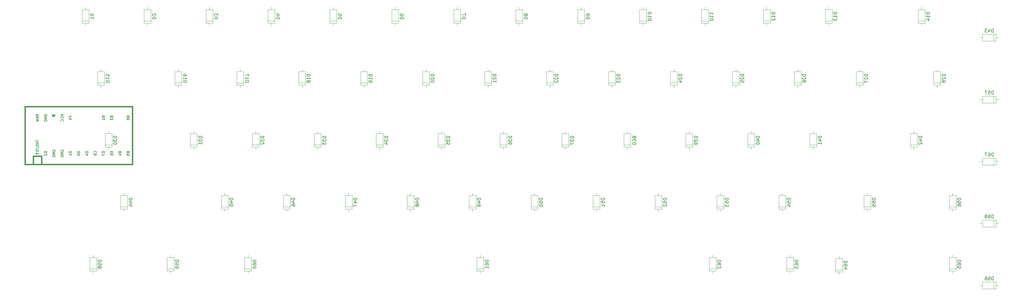
<source format=gbr>
G04 #@! TF.GenerationSoftware,KiCad,Pcbnew,(5.1.4)-1*
G04 #@! TF.CreationDate,2021-01-30T00:10:11-06:00*
G04 #@! TF.ProjectId,65MAIN,36354d41-494e-42e6-9b69-6361645f7063,rev?*
G04 #@! TF.SameCoordinates,Original*
G04 #@! TF.FileFunction,Legend,Bot*
G04 #@! TF.FilePolarity,Positive*
%FSLAX46Y46*%
G04 Gerber Fmt 4.6, Leading zero omitted, Abs format (unit mm)*
G04 Created by KiCad (PCBNEW (5.1.4)-1) date 2021-01-30 00:10:11*
%MOMM*%
%LPD*%
G04 APERTURE LIST*
%ADD10C,0.120000*%
%ADD11C,0.381000*%
%ADD12C,0.150000*%
G04 APERTURE END LIST*
D10*
X293525000Y-122765000D02*
X293525000Y-124885000D01*
X293525000Y-124885000D02*
X289405000Y-124885000D01*
X289405000Y-124885000D02*
X289405000Y-122765000D01*
X289405000Y-122765000D02*
X293525000Y-122765000D01*
X294295000Y-123825000D02*
X293525000Y-123825000D01*
X288635000Y-123825000D02*
X289405000Y-123825000D01*
X292865000Y-122765000D02*
X292865000Y-124885000D01*
X293525000Y-103715000D02*
X293525000Y-105835000D01*
X293525000Y-105835000D02*
X289405000Y-105835000D01*
X289405000Y-105835000D02*
X289405000Y-103715000D01*
X289405000Y-103715000D02*
X293525000Y-103715000D01*
X294295000Y-104775000D02*
X293525000Y-104775000D01*
X288635000Y-104775000D02*
X289405000Y-104775000D01*
X292865000Y-103715000D02*
X292865000Y-105835000D01*
X293525000Y-141815000D02*
X293525000Y-143935000D01*
X293525000Y-143935000D02*
X289405000Y-143935000D01*
X289405000Y-143935000D02*
X289405000Y-141815000D01*
X289405000Y-141815000D02*
X293525000Y-141815000D01*
X294295000Y-142875000D02*
X293525000Y-142875000D01*
X288635000Y-142875000D02*
X289405000Y-142875000D01*
X292865000Y-141815000D02*
X292865000Y-143935000D01*
X281253750Y-138426250D02*
X279133750Y-138426250D01*
X279133750Y-138426250D02*
X279133750Y-134306250D01*
X279133750Y-134306250D02*
X281253750Y-134306250D01*
X281253750Y-134306250D02*
X281253750Y-138426250D01*
X280193750Y-139196250D02*
X280193750Y-138426250D01*
X280193750Y-133536250D02*
X280193750Y-134306250D01*
X281253750Y-137766250D02*
X279133750Y-137766250D01*
X246328750Y-138743750D02*
X244208750Y-138743750D01*
X244208750Y-138743750D02*
X244208750Y-134623750D01*
X244208750Y-134623750D02*
X246328750Y-134623750D01*
X246328750Y-134623750D02*
X246328750Y-138743750D01*
X245268750Y-139513750D02*
X245268750Y-138743750D01*
X245268750Y-133853750D02*
X245268750Y-134623750D01*
X246328750Y-138083750D02*
X244208750Y-138083750D01*
X231247500Y-138426250D02*
X229127500Y-138426250D01*
X229127500Y-138426250D02*
X229127500Y-134306250D01*
X229127500Y-134306250D02*
X231247500Y-134306250D01*
X231247500Y-134306250D02*
X231247500Y-138426250D01*
X230187500Y-139196250D02*
X230187500Y-138426250D01*
X230187500Y-133536250D02*
X230187500Y-134306250D01*
X231247500Y-137766250D02*
X229127500Y-137766250D01*
X207435000Y-138426250D02*
X205315000Y-138426250D01*
X205315000Y-138426250D02*
X205315000Y-134306250D01*
X205315000Y-134306250D02*
X207435000Y-134306250D01*
X207435000Y-134306250D02*
X207435000Y-138426250D01*
X206375000Y-139196250D02*
X206375000Y-138426250D01*
X206375000Y-133536250D02*
X206375000Y-134306250D01*
X207435000Y-137766250D02*
X205315000Y-137766250D01*
X135997500Y-138426250D02*
X133877500Y-138426250D01*
X133877500Y-138426250D02*
X133877500Y-134306250D01*
X133877500Y-134306250D02*
X135997500Y-134306250D01*
X135997500Y-134306250D02*
X135997500Y-138426250D01*
X134937500Y-139196250D02*
X134937500Y-138426250D01*
X134937500Y-133536250D02*
X134937500Y-134306250D01*
X135997500Y-137766250D02*
X133877500Y-137766250D01*
X64560000Y-138426250D02*
X62440000Y-138426250D01*
X62440000Y-138426250D02*
X62440000Y-134306250D01*
X62440000Y-134306250D02*
X64560000Y-134306250D01*
X64560000Y-134306250D02*
X64560000Y-138426250D01*
X63500000Y-139196250D02*
X63500000Y-138426250D01*
X63500000Y-133536250D02*
X63500000Y-134306250D01*
X64560000Y-137766250D02*
X62440000Y-137766250D01*
X40747500Y-138426250D02*
X38627500Y-138426250D01*
X38627500Y-138426250D02*
X38627500Y-134306250D01*
X38627500Y-134306250D02*
X40747500Y-134306250D01*
X40747500Y-134306250D02*
X40747500Y-138426250D01*
X39687500Y-139196250D02*
X39687500Y-138426250D01*
X39687500Y-133536250D02*
X39687500Y-134306250D01*
X40747500Y-137766250D02*
X38627500Y-137766250D01*
X16935000Y-138426250D02*
X14815000Y-138426250D01*
X14815000Y-138426250D02*
X14815000Y-134306250D01*
X14815000Y-134306250D02*
X16935000Y-134306250D01*
X16935000Y-134306250D02*
X16935000Y-138426250D01*
X15875000Y-139196250D02*
X15875000Y-138426250D01*
X15875000Y-133536250D02*
X15875000Y-134306250D01*
X16935000Y-137766250D02*
X14815000Y-137766250D01*
X293525000Y-84665000D02*
X293525000Y-86785000D01*
X293525000Y-86785000D02*
X289405000Y-86785000D01*
X289405000Y-86785000D02*
X289405000Y-84665000D01*
X289405000Y-84665000D02*
X293525000Y-84665000D01*
X294295000Y-85725000D02*
X293525000Y-85725000D01*
X288635000Y-85725000D02*
X289405000Y-85725000D01*
X292865000Y-84665000D02*
X292865000Y-86785000D01*
X281253750Y-119376250D02*
X279133750Y-119376250D01*
X279133750Y-119376250D02*
X279133750Y-115256250D01*
X279133750Y-115256250D02*
X281253750Y-115256250D01*
X281253750Y-115256250D02*
X281253750Y-119376250D01*
X280193750Y-120146250D02*
X280193750Y-119376250D01*
X280193750Y-114486250D02*
X280193750Y-115256250D01*
X281253750Y-118716250D02*
X279133750Y-118716250D01*
X255060000Y-119376250D02*
X252940000Y-119376250D01*
X252940000Y-119376250D02*
X252940000Y-115256250D01*
X252940000Y-115256250D02*
X255060000Y-115256250D01*
X255060000Y-115256250D02*
X255060000Y-119376250D01*
X254000000Y-120146250D02*
X254000000Y-119376250D01*
X254000000Y-114486250D02*
X254000000Y-115256250D01*
X255060000Y-118716250D02*
X252940000Y-118716250D01*
X228866250Y-119376250D02*
X226746250Y-119376250D01*
X226746250Y-119376250D02*
X226746250Y-115256250D01*
X226746250Y-115256250D02*
X228866250Y-115256250D01*
X228866250Y-115256250D02*
X228866250Y-119376250D01*
X227806250Y-120146250D02*
X227806250Y-119376250D01*
X227806250Y-114486250D02*
X227806250Y-115256250D01*
X228866250Y-118716250D02*
X226746250Y-118716250D01*
X209816250Y-119376250D02*
X207696250Y-119376250D01*
X207696250Y-119376250D02*
X207696250Y-115256250D01*
X207696250Y-115256250D02*
X209816250Y-115256250D01*
X209816250Y-115256250D02*
X209816250Y-119376250D01*
X208756250Y-120146250D02*
X208756250Y-119376250D01*
X208756250Y-114486250D02*
X208756250Y-115256250D01*
X209816250Y-118716250D02*
X207696250Y-118716250D01*
X190766250Y-119376250D02*
X188646250Y-119376250D01*
X188646250Y-119376250D02*
X188646250Y-115256250D01*
X188646250Y-115256250D02*
X190766250Y-115256250D01*
X190766250Y-115256250D02*
X190766250Y-119376250D01*
X189706250Y-120146250D02*
X189706250Y-119376250D01*
X189706250Y-114486250D02*
X189706250Y-115256250D01*
X190766250Y-118716250D02*
X188646250Y-118716250D01*
X171716250Y-119376250D02*
X169596250Y-119376250D01*
X169596250Y-119376250D02*
X169596250Y-115256250D01*
X169596250Y-115256250D02*
X171716250Y-115256250D01*
X171716250Y-115256250D02*
X171716250Y-119376250D01*
X170656250Y-120146250D02*
X170656250Y-119376250D01*
X170656250Y-114486250D02*
X170656250Y-115256250D01*
X171716250Y-118716250D02*
X169596250Y-118716250D01*
X152666250Y-119376250D02*
X150546250Y-119376250D01*
X150546250Y-119376250D02*
X150546250Y-115256250D01*
X150546250Y-115256250D02*
X152666250Y-115256250D01*
X152666250Y-115256250D02*
X152666250Y-119376250D01*
X151606250Y-120146250D02*
X151606250Y-119376250D01*
X151606250Y-114486250D02*
X151606250Y-115256250D01*
X152666250Y-118716250D02*
X150546250Y-118716250D01*
X133616250Y-119376250D02*
X131496250Y-119376250D01*
X131496250Y-119376250D02*
X131496250Y-115256250D01*
X131496250Y-115256250D02*
X133616250Y-115256250D01*
X133616250Y-115256250D02*
X133616250Y-119376250D01*
X132556250Y-120146250D02*
X132556250Y-119376250D01*
X132556250Y-114486250D02*
X132556250Y-115256250D01*
X133616250Y-118716250D02*
X131496250Y-118716250D01*
X114566250Y-119376250D02*
X112446250Y-119376250D01*
X112446250Y-119376250D02*
X112446250Y-115256250D01*
X112446250Y-115256250D02*
X114566250Y-115256250D01*
X114566250Y-115256250D02*
X114566250Y-119376250D01*
X113506250Y-120146250D02*
X113506250Y-119376250D01*
X113506250Y-114486250D02*
X113506250Y-115256250D01*
X114566250Y-118716250D02*
X112446250Y-118716250D01*
X95516250Y-119376250D02*
X93396250Y-119376250D01*
X93396250Y-119376250D02*
X93396250Y-115256250D01*
X93396250Y-115256250D02*
X95516250Y-115256250D01*
X95516250Y-115256250D02*
X95516250Y-119376250D01*
X94456250Y-120146250D02*
X94456250Y-119376250D01*
X94456250Y-114486250D02*
X94456250Y-115256250D01*
X95516250Y-118716250D02*
X93396250Y-118716250D01*
X76466250Y-119376250D02*
X74346250Y-119376250D01*
X74346250Y-119376250D02*
X74346250Y-115256250D01*
X74346250Y-115256250D02*
X76466250Y-115256250D01*
X76466250Y-115256250D02*
X76466250Y-119376250D01*
X75406250Y-120146250D02*
X75406250Y-119376250D01*
X75406250Y-114486250D02*
X75406250Y-115256250D01*
X76466250Y-118716250D02*
X74346250Y-118716250D01*
X57416250Y-119376250D02*
X55296250Y-119376250D01*
X55296250Y-119376250D02*
X55296250Y-115256250D01*
X55296250Y-115256250D02*
X57416250Y-115256250D01*
X57416250Y-115256250D02*
X57416250Y-119376250D01*
X56356250Y-120146250D02*
X56356250Y-119376250D01*
X56356250Y-114486250D02*
X56356250Y-115256250D01*
X57416250Y-118716250D02*
X55296250Y-118716250D01*
X26460000Y-119376250D02*
X24340000Y-119376250D01*
X24340000Y-119376250D02*
X24340000Y-115256250D01*
X24340000Y-115256250D02*
X26460000Y-115256250D01*
X26460000Y-115256250D02*
X26460000Y-119376250D01*
X25400000Y-120146250D02*
X25400000Y-119376250D01*
X25400000Y-114486250D02*
X25400000Y-115256250D01*
X26460000Y-118716250D02*
X24340000Y-118716250D01*
X293525000Y-65615000D02*
X293525000Y-67735000D01*
X293525000Y-67735000D02*
X289405000Y-67735000D01*
X289405000Y-67735000D02*
X289405000Y-65615000D01*
X289405000Y-65615000D02*
X293525000Y-65615000D01*
X294295000Y-66675000D02*
X293525000Y-66675000D01*
X288635000Y-66675000D02*
X289405000Y-66675000D01*
X292865000Y-65615000D02*
X292865000Y-67735000D01*
X269347500Y-100326250D02*
X267227500Y-100326250D01*
X267227500Y-100326250D02*
X267227500Y-96206250D01*
X267227500Y-96206250D02*
X269347500Y-96206250D01*
X269347500Y-96206250D02*
X269347500Y-100326250D01*
X268287500Y-101096250D02*
X268287500Y-100326250D01*
X268287500Y-95436250D02*
X268287500Y-96206250D01*
X269347500Y-99666250D02*
X267227500Y-99666250D01*
X238391250Y-100326250D02*
X236271250Y-100326250D01*
X236271250Y-100326250D02*
X236271250Y-96206250D01*
X236271250Y-96206250D02*
X238391250Y-96206250D01*
X238391250Y-96206250D02*
X238391250Y-100326250D01*
X237331250Y-101096250D02*
X237331250Y-100326250D01*
X237331250Y-95436250D02*
X237331250Y-96206250D01*
X238391250Y-99666250D02*
X236271250Y-99666250D01*
X219341250Y-100326250D02*
X217221250Y-100326250D01*
X217221250Y-100326250D02*
X217221250Y-96206250D01*
X217221250Y-96206250D02*
X219341250Y-96206250D01*
X219341250Y-96206250D02*
X219341250Y-100326250D01*
X218281250Y-101096250D02*
X218281250Y-100326250D01*
X218281250Y-95436250D02*
X218281250Y-96206250D01*
X219341250Y-99666250D02*
X217221250Y-99666250D01*
X200291250Y-100326250D02*
X198171250Y-100326250D01*
X198171250Y-100326250D02*
X198171250Y-96206250D01*
X198171250Y-96206250D02*
X200291250Y-96206250D01*
X200291250Y-96206250D02*
X200291250Y-100326250D01*
X199231250Y-101096250D02*
X199231250Y-100326250D01*
X199231250Y-95436250D02*
X199231250Y-96206250D01*
X200291250Y-99666250D02*
X198171250Y-99666250D01*
X181241250Y-100326250D02*
X179121250Y-100326250D01*
X179121250Y-100326250D02*
X179121250Y-96206250D01*
X179121250Y-96206250D02*
X181241250Y-96206250D01*
X181241250Y-96206250D02*
X181241250Y-100326250D01*
X180181250Y-101096250D02*
X180181250Y-100326250D01*
X180181250Y-95436250D02*
X180181250Y-96206250D01*
X181241250Y-99666250D02*
X179121250Y-99666250D01*
X162191250Y-100326250D02*
X160071250Y-100326250D01*
X160071250Y-100326250D02*
X160071250Y-96206250D01*
X160071250Y-96206250D02*
X162191250Y-96206250D01*
X162191250Y-96206250D02*
X162191250Y-100326250D01*
X161131250Y-101096250D02*
X161131250Y-100326250D01*
X161131250Y-95436250D02*
X161131250Y-96206250D01*
X162191250Y-99666250D02*
X160071250Y-99666250D01*
X143141250Y-100326250D02*
X141021250Y-100326250D01*
X141021250Y-100326250D02*
X141021250Y-96206250D01*
X141021250Y-96206250D02*
X143141250Y-96206250D01*
X143141250Y-96206250D02*
X143141250Y-100326250D01*
X142081250Y-101096250D02*
X142081250Y-100326250D01*
X142081250Y-95436250D02*
X142081250Y-96206250D01*
X143141250Y-99666250D02*
X141021250Y-99666250D01*
X124091250Y-100326250D02*
X121971250Y-100326250D01*
X121971250Y-100326250D02*
X121971250Y-96206250D01*
X121971250Y-96206250D02*
X124091250Y-96206250D01*
X124091250Y-96206250D02*
X124091250Y-100326250D01*
X123031250Y-101096250D02*
X123031250Y-100326250D01*
X123031250Y-95436250D02*
X123031250Y-96206250D01*
X124091250Y-99666250D02*
X121971250Y-99666250D01*
X105041250Y-100326250D02*
X102921250Y-100326250D01*
X102921250Y-100326250D02*
X102921250Y-96206250D01*
X102921250Y-96206250D02*
X105041250Y-96206250D01*
X105041250Y-96206250D02*
X105041250Y-100326250D01*
X103981250Y-101096250D02*
X103981250Y-100326250D01*
X103981250Y-95436250D02*
X103981250Y-96206250D01*
X105041250Y-99666250D02*
X102921250Y-99666250D01*
X85991250Y-100326250D02*
X83871250Y-100326250D01*
X83871250Y-100326250D02*
X83871250Y-96206250D01*
X83871250Y-96206250D02*
X85991250Y-96206250D01*
X85991250Y-96206250D02*
X85991250Y-100326250D01*
X84931250Y-101096250D02*
X84931250Y-100326250D01*
X84931250Y-95436250D02*
X84931250Y-96206250D01*
X85991250Y-99666250D02*
X83871250Y-99666250D01*
X66941250Y-100326250D02*
X64821250Y-100326250D01*
X64821250Y-100326250D02*
X64821250Y-96206250D01*
X64821250Y-96206250D02*
X66941250Y-96206250D01*
X66941250Y-96206250D02*
X66941250Y-100326250D01*
X65881250Y-101096250D02*
X65881250Y-100326250D01*
X65881250Y-95436250D02*
X65881250Y-96206250D01*
X66941250Y-99666250D02*
X64821250Y-99666250D01*
X47891250Y-100326250D02*
X45771250Y-100326250D01*
X45771250Y-100326250D02*
X45771250Y-96206250D01*
X45771250Y-96206250D02*
X47891250Y-96206250D01*
X47891250Y-96206250D02*
X47891250Y-100326250D01*
X46831250Y-101096250D02*
X46831250Y-100326250D01*
X46831250Y-95436250D02*
X46831250Y-96206250D01*
X47891250Y-99666250D02*
X45771250Y-99666250D01*
X21697500Y-100326250D02*
X19577500Y-100326250D01*
X19577500Y-100326250D02*
X19577500Y-96206250D01*
X19577500Y-96206250D02*
X21697500Y-96206250D01*
X21697500Y-96206250D02*
X21697500Y-100326250D01*
X20637500Y-101096250D02*
X20637500Y-100326250D01*
X20637500Y-95436250D02*
X20637500Y-96206250D01*
X21697500Y-99666250D02*
X19577500Y-99666250D01*
X276491250Y-81276250D02*
X274371250Y-81276250D01*
X274371250Y-81276250D02*
X274371250Y-77156250D01*
X274371250Y-77156250D02*
X276491250Y-77156250D01*
X276491250Y-77156250D02*
X276491250Y-81276250D01*
X275431250Y-82046250D02*
X275431250Y-81276250D01*
X275431250Y-76386250D02*
X275431250Y-77156250D01*
X276491250Y-80616250D02*
X274371250Y-80616250D01*
X252678750Y-81276250D02*
X250558750Y-81276250D01*
X250558750Y-81276250D02*
X250558750Y-77156250D01*
X250558750Y-77156250D02*
X252678750Y-77156250D01*
X252678750Y-77156250D02*
X252678750Y-81276250D01*
X251618750Y-82046250D02*
X251618750Y-81276250D01*
X251618750Y-76386250D02*
X251618750Y-77156250D01*
X252678750Y-80616250D02*
X250558750Y-80616250D01*
X233628750Y-81276250D02*
X231508750Y-81276250D01*
X231508750Y-81276250D02*
X231508750Y-77156250D01*
X231508750Y-77156250D02*
X233628750Y-77156250D01*
X233628750Y-77156250D02*
X233628750Y-81276250D01*
X232568750Y-82046250D02*
X232568750Y-81276250D01*
X232568750Y-76386250D02*
X232568750Y-77156250D01*
X233628750Y-80616250D02*
X231508750Y-80616250D01*
X214578750Y-81276250D02*
X212458750Y-81276250D01*
X212458750Y-81276250D02*
X212458750Y-77156250D01*
X212458750Y-77156250D02*
X214578750Y-77156250D01*
X214578750Y-77156250D02*
X214578750Y-81276250D01*
X213518750Y-82046250D02*
X213518750Y-81276250D01*
X213518750Y-76386250D02*
X213518750Y-77156250D01*
X214578750Y-80616250D02*
X212458750Y-80616250D01*
X195528750Y-81276250D02*
X193408750Y-81276250D01*
X193408750Y-81276250D02*
X193408750Y-77156250D01*
X193408750Y-77156250D02*
X195528750Y-77156250D01*
X195528750Y-77156250D02*
X195528750Y-81276250D01*
X194468750Y-82046250D02*
X194468750Y-81276250D01*
X194468750Y-76386250D02*
X194468750Y-77156250D01*
X195528750Y-80616250D02*
X193408750Y-80616250D01*
X176478750Y-81276250D02*
X174358750Y-81276250D01*
X174358750Y-81276250D02*
X174358750Y-77156250D01*
X174358750Y-77156250D02*
X176478750Y-77156250D01*
X176478750Y-77156250D02*
X176478750Y-81276250D01*
X175418750Y-82046250D02*
X175418750Y-81276250D01*
X175418750Y-76386250D02*
X175418750Y-77156250D01*
X176478750Y-80616250D02*
X174358750Y-80616250D01*
X157428750Y-81276250D02*
X155308750Y-81276250D01*
X155308750Y-81276250D02*
X155308750Y-77156250D01*
X155308750Y-77156250D02*
X157428750Y-77156250D01*
X157428750Y-77156250D02*
X157428750Y-81276250D01*
X156368750Y-82046250D02*
X156368750Y-81276250D01*
X156368750Y-76386250D02*
X156368750Y-77156250D01*
X157428750Y-80616250D02*
X155308750Y-80616250D01*
X138378750Y-81276250D02*
X136258750Y-81276250D01*
X136258750Y-81276250D02*
X136258750Y-77156250D01*
X136258750Y-77156250D02*
X138378750Y-77156250D01*
X138378750Y-77156250D02*
X138378750Y-81276250D01*
X137318750Y-82046250D02*
X137318750Y-81276250D01*
X137318750Y-76386250D02*
X137318750Y-77156250D01*
X138378750Y-80616250D02*
X136258750Y-80616250D01*
X119328750Y-81276250D02*
X117208750Y-81276250D01*
X117208750Y-81276250D02*
X117208750Y-77156250D01*
X117208750Y-77156250D02*
X119328750Y-77156250D01*
X119328750Y-77156250D02*
X119328750Y-81276250D01*
X118268750Y-82046250D02*
X118268750Y-81276250D01*
X118268750Y-76386250D02*
X118268750Y-77156250D01*
X119328750Y-80616250D02*
X117208750Y-80616250D01*
X100278750Y-81276250D02*
X98158750Y-81276250D01*
X98158750Y-81276250D02*
X98158750Y-77156250D01*
X98158750Y-77156250D02*
X100278750Y-77156250D01*
X100278750Y-77156250D02*
X100278750Y-81276250D01*
X99218750Y-82046250D02*
X99218750Y-81276250D01*
X99218750Y-76386250D02*
X99218750Y-77156250D01*
X100278750Y-80616250D02*
X98158750Y-80616250D01*
X81228750Y-81276250D02*
X79108750Y-81276250D01*
X79108750Y-81276250D02*
X79108750Y-77156250D01*
X79108750Y-77156250D02*
X81228750Y-77156250D01*
X81228750Y-77156250D02*
X81228750Y-81276250D01*
X80168750Y-82046250D02*
X80168750Y-81276250D01*
X80168750Y-76386250D02*
X80168750Y-77156250D01*
X81228750Y-80616250D02*
X79108750Y-80616250D01*
X62178750Y-81276250D02*
X60058750Y-81276250D01*
X60058750Y-81276250D02*
X60058750Y-77156250D01*
X60058750Y-77156250D02*
X62178750Y-77156250D01*
X62178750Y-77156250D02*
X62178750Y-81276250D01*
X61118750Y-82046250D02*
X61118750Y-81276250D01*
X61118750Y-76386250D02*
X61118750Y-77156250D01*
X62178750Y-80616250D02*
X60058750Y-80616250D01*
X43128750Y-81276250D02*
X41008750Y-81276250D01*
X41008750Y-81276250D02*
X41008750Y-77156250D01*
X41008750Y-77156250D02*
X43128750Y-77156250D01*
X43128750Y-77156250D02*
X43128750Y-81276250D01*
X42068750Y-82046250D02*
X42068750Y-81276250D01*
X42068750Y-76386250D02*
X42068750Y-77156250D01*
X43128750Y-80616250D02*
X41008750Y-80616250D01*
X19316250Y-81276250D02*
X17196250Y-81276250D01*
X17196250Y-81276250D02*
X17196250Y-77156250D01*
X17196250Y-77156250D02*
X19316250Y-77156250D01*
X19316250Y-77156250D02*
X19316250Y-81276250D01*
X18256250Y-82046250D02*
X18256250Y-81276250D01*
X18256250Y-76386250D02*
X18256250Y-77156250D01*
X19316250Y-80616250D02*
X17196250Y-80616250D01*
X271728750Y-62226250D02*
X269608750Y-62226250D01*
X269608750Y-62226250D02*
X269608750Y-58106250D01*
X269608750Y-58106250D02*
X271728750Y-58106250D01*
X271728750Y-58106250D02*
X271728750Y-62226250D01*
X270668750Y-62996250D02*
X270668750Y-62226250D01*
X270668750Y-57336250D02*
X270668750Y-58106250D01*
X271728750Y-61566250D02*
X269608750Y-61566250D01*
X243153750Y-62226250D02*
X241033750Y-62226250D01*
X241033750Y-62226250D02*
X241033750Y-58106250D01*
X241033750Y-58106250D02*
X243153750Y-58106250D01*
X243153750Y-58106250D02*
X243153750Y-62226250D01*
X242093750Y-62996250D02*
X242093750Y-62226250D01*
X242093750Y-57336250D02*
X242093750Y-58106250D01*
X243153750Y-61566250D02*
X241033750Y-61566250D01*
X224103750Y-62226250D02*
X221983750Y-62226250D01*
X221983750Y-62226250D02*
X221983750Y-58106250D01*
X221983750Y-58106250D02*
X224103750Y-58106250D01*
X224103750Y-58106250D02*
X224103750Y-62226250D01*
X223043750Y-62996250D02*
X223043750Y-62226250D01*
X223043750Y-57336250D02*
X223043750Y-58106250D01*
X224103750Y-61566250D02*
X221983750Y-61566250D01*
X205053750Y-62226250D02*
X202933750Y-62226250D01*
X202933750Y-62226250D02*
X202933750Y-58106250D01*
X202933750Y-58106250D02*
X205053750Y-58106250D01*
X205053750Y-58106250D02*
X205053750Y-62226250D01*
X203993750Y-62996250D02*
X203993750Y-62226250D01*
X203993750Y-57336250D02*
X203993750Y-58106250D01*
X205053750Y-61566250D02*
X202933750Y-61566250D01*
X186003750Y-62226250D02*
X183883750Y-62226250D01*
X183883750Y-62226250D02*
X183883750Y-58106250D01*
X183883750Y-58106250D02*
X186003750Y-58106250D01*
X186003750Y-58106250D02*
X186003750Y-62226250D01*
X184943750Y-62996250D02*
X184943750Y-62226250D01*
X184943750Y-57336250D02*
X184943750Y-58106250D01*
X186003750Y-61566250D02*
X183883750Y-61566250D01*
X166953750Y-62226250D02*
X164833750Y-62226250D01*
X164833750Y-62226250D02*
X164833750Y-58106250D01*
X164833750Y-58106250D02*
X166953750Y-58106250D01*
X166953750Y-58106250D02*
X166953750Y-62226250D01*
X165893750Y-62996250D02*
X165893750Y-62226250D01*
X165893750Y-57336250D02*
X165893750Y-58106250D01*
X166953750Y-61566250D02*
X164833750Y-61566250D01*
X147903750Y-62226250D02*
X145783750Y-62226250D01*
X145783750Y-62226250D02*
X145783750Y-58106250D01*
X145783750Y-58106250D02*
X147903750Y-58106250D01*
X147903750Y-58106250D02*
X147903750Y-62226250D01*
X146843750Y-62996250D02*
X146843750Y-62226250D01*
X146843750Y-57336250D02*
X146843750Y-58106250D01*
X147903750Y-61566250D02*
X145783750Y-61566250D01*
X128853750Y-62226250D02*
X126733750Y-62226250D01*
X126733750Y-62226250D02*
X126733750Y-58106250D01*
X126733750Y-58106250D02*
X128853750Y-58106250D01*
X128853750Y-58106250D02*
X128853750Y-62226250D01*
X127793750Y-62996250D02*
X127793750Y-62226250D01*
X127793750Y-57336250D02*
X127793750Y-58106250D01*
X128853750Y-61566250D02*
X126733750Y-61566250D01*
X109803750Y-62226250D02*
X107683750Y-62226250D01*
X107683750Y-62226250D02*
X107683750Y-58106250D01*
X107683750Y-58106250D02*
X109803750Y-58106250D01*
X109803750Y-58106250D02*
X109803750Y-62226250D01*
X108743750Y-62996250D02*
X108743750Y-62226250D01*
X108743750Y-57336250D02*
X108743750Y-58106250D01*
X109803750Y-61566250D02*
X107683750Y-61566250D01*
X90753750Y-62226250D02*
X88633750Y-62226250D01*
X88633750Y-62226250D02*
X88633750Y-58106250D01*
X88633750Y-58106250D02*
X90753750Y-58106250D01*
X90753750Y-58106250D02*
X90753750Y-62226250D01*
X89693750Y-62996250D02*
X89693750Y-62226250D01*
X89693750Y-57336250D02*
X89693750Y-58106250D01*
X90753750Y-61566250D02*
X88633750Y-61566250D01*
X71703750Y-62226250D02*
X69583750Y-62226250D01*
X69583750Y-62226250D02*
X69583750Y-58106250D01*
X69583750Y-58106250D02*
X71703750Y-58106250D01*
X71703750Y-58106250D02*
X71703750Y-62226250D01*
X70643750Y-62996250D02*
X70643750Y-62226250D01*
X70643750Y-57336250D02*
X70643750Y-58106250D01*
X71703750Y-61566250D02*
X69583750Y-61566250D01*
X52653750Y-62226250D02*
X50533750Y-62226250D01*
X50533750Y-62226250D02*
X50533750Y-58106250D01*
X50533750Y-58106250D02*
X52653750Y-58106250D01*
X52653750Y-58106250D02*
X52653750Y-62226250D01*
X51593750Y-62996250D02*
X51593750Y-62226250D01*
X51593750Y-57336250D02*
X51593750Y-58106250D01*
X52653750Y-61566250D02*
X50533750Y-61566250D01*
X33603750Y-62226250D02*
X31483750Y-62226250D01*
X31483750Y-62226250D02*
X31483750Y-58106250D01*
X31483750Y-58106250D02*
X33603750Y-58106250D01*
X33603750Y-58106250D02*
X33603750Y-62226250D01*
X32543750Y-62996250D02*
X32543750Y-62226250D01*
X32543750Y-57336250D02*
X32543750Y-58106250D01*
X33603750Y-61566250D02*
X31483750Y-61566250D01*
X14553750Y-62226250D02*
X12433750Y-62226250D01*
X12433750Y-62226250D02*
X12433750Y-58106250D01*
X12433750Y-58106250D02*
X14553750Y-58106250D01*
X14553750Y-58106250D02*
X14553750Y-62226250D01*
X13493750Y-62996250D02*
X13493750Y-62226250D01*
X13493750Y-57336250D02*
X13493750Y-58106250D01*
X14553750Y-61566250D02*
X12433750Y-61566250D01*
D11*
X0Y-103187500D02*
X0Y-105727500D01*
X-2540000Y-103187500D02*
X0Y-103187500D01*
D12*
G36*
X3749030Y-90792865D02*
G01*
X3849030Y-90792865D01*
X3849030Y-90692865D01*
X3749030Y-90692865D01*
X3749030Y-90792865D01*
G37*
X3749030Y-90792865D02*
X3849030Y-90792865D01*
X3849030Y-90692865D01*
X3749030Y-90692865D01*
X3749030Y-90792865D01*
G36*
X3349030Y-90592865D02*
G01*
X4149030Y-90592865D01*
X4149030Y-90492865D01*
X3349030Y-90492865D01*
X3349030Y-90592865D01*
G37*
X3349030Y-90592865D02*
X4149030Y-90592865D01*
X4149030Y-90492865D01*
X3349030Y-90492865D01*
X3349030Y-90592865D01*
G36*
X3949030Y-90992865D02*
G01*
X4149030Y-90992865D01*
X4149030Y-90892865D01*
X3949030Y-90892865D01*
X3949030Y-90992865D01*
G37*
X3949030Y-90992865D02*
X4149030Y-90992865D01*
X4149030Y-90892865D01*
X3949030Y-90892865D01*
X3949030Y-90992865D01*
G36*
X3349030Y-90992865D02*
G01*
X3649030Y-90992865D01*
X3649030Y-90892865D01*
X3349030Y-90892865D01*
X3349030Y-90992865D01*
G37*
X3349030Y-90992865D02*
X3649030Y-90992865D01*
X3649030Y-90892865D01*
X3349030Y-90892865D01*
X3349030Y-90992865D01*
G36*
X3349030Y-90992865D02*
G01*
X3449030Y-90992865D01*
X3449030Y-90492865D01*
X3349030Y-90492865D01*
X3349030Y-90992865D01*
G37*
X3349030Y-90992865D02*
X3449030Y-90992865D01*
X3449030Y-90492865D01*
X3349030Y-90492865D01*
X3349030Y-90992865D01*
D11*
X27940000Y-87947500D02*
X-5080000Y-87947500D01*
X27940000Y-105727500D02*
X27940000Y-87947500D01*
X-5080000Y-105727500D02*
X27940000Y-105727500D01*
X-5080000Y-87947500D02*
X-5080000Y-105727500D01*
X-2540000Y-103187500D02*
X-2540000Y-105727500D01*
D12*
X292679285Y-122217380D02*
X292679285Y-121217380D01*
X292441190Y-121217380D01*
X292298333Y-121265000D01*
X292203095Y-121360238D01*
X292155476Y-121455476D01*
X292107857Y-121645952D01*
X292107857Y-121788809D01*
X292155476Y-121979285D01*
X292203095Y-122074523D01*
X292298333Y-122169761D01*
X292441190Y-122217380D01*
X292679285Y-122217380D01*
X291250714Y-121217380D02*
X291441190Y-121217380D01*
X291536428Y-121265000D01*
X291584047Y-121312619D01*
X291679285Y-121455476D01*
X291726904Y-121645952D01*
X291726904Y-122026904D01*
X291679285Y-122122142D01*
X291631666Y-122169761D01*
X291536428Y-122217380D01*
X291345952Y-122217380D01*
X291250714Y-122169761D01*
X291203095Y-122122142D01*
X291155476Y-122026904D01*
X291155476Y-121788809D01*
X291203095Y-121693571D01*
X291250714Y-121645952D01*
X291345952Y-121598333D01*
X291536428Y-121598333D01*
X291631666Y-121645952D01*
X291679285Y-121693571D01*
X291726904Y-121788809D01*
X290584047Y-121645952D02*
X290679285Y-121598333D01*
X290726904Y-121550714D01*
X290774523Y-121455476D01*
X290774523Y-121407857D01*
X290726904Y-121312619D01*
X290679285Y-121265000D01*
X290584047Y-121217380D01*
X290393571Y-121217380D01*
X290298333Y-121265000D01*
X290250714Y-121312619D01*
X290203095Y-121407857D01*
X290203095Y-121455476D01*
X290250714Y-121550714D01*
X290298333Y-121598333D01*
X290393571Y-121645952D01*
X290584047Y-121645952D01*
X290679285Y-121693571D01*
X290726904Y-121741190D01*
X290774523Y-121836428D01*
X290774523Y-122026904D01*
X290726904Y-122122142D01*
X290679285Y-122169761D01*
X290584047Y-122217380D01*
X290393571Y-122217380D01*
X290298333Y-122169761D01*
X290250714Y-122122142D01*
X290203095Y-122026904D01*
X290203095Y-121836428D01*
X290250714Y-121741190D01*
X290298333Y-121693571D01*
X290393571Y-121645952D01*
X292679285Y-103167380D02*
X292679285Y-102167380D01*
X292441190Y-102167380D01*
X292298333Y-102215000D01*
X292203095Y-102310238D01*
X292155476Y-102405476D01*
X292107857Y-102595952D01*
X292107857Y-102738809D01*
X292155476Y-102929285D01*
X292203095Y-103024523D01*
X292298333Y-103119761D01*
X292441190Y-103167380D01*
X292679285Y-103167380D01*
X291250714Y-102167380D02*
X291441190Y-102167380D01*
X291536428Y-102215000D01*
X291584047Y-102262619D01*
X291679285Y-102405476D01*
X291726904Y-102595952D01*
X291726904Y-102976904D01*
X291679285Y-103072142D01*
X291631666Y-103119761D01*
X291536428Y-103167380D01*
X291345952Y-103167380D01*
X291250714Y-103119761D01*
X291203095Y-103072142D01*
X291155476Y-102976904D01*
X291155476Y-102738809D01*
X291203095Y-102643571D01*
X291250714Y-102595952D01*
X291345952Y-102548333D01*
X291536428Y-102548333D01*
X291631666Y-102595952D01*
X291679285Y-102643571D01*
X291726904Y-102738809D01*
X290822142Y-102167380D02*
X290155476Y-102167380D01*
X290584047Y-103167380D01*
X292679285Y-141267380D02*
X292679285Y-140267380D01*
X292441190Y-140267380D01*
X292298333Y-140315000D01*
X292203095Y-140410238D01*
X292155476Y-140505476D01*
X292107857Y-140695952D01*
X292107857Y-140838809D01*
X292155476Y-141029285D01*
X292203095Y-141124523D01*
X292298333Y-141219761D01*
X292441190Y-141267380D01*
X292679285Y-141267380D01*
X291250714Y-140267380D02*
X291441190Y-140267380D01*
X291536428Y-140315000D01*
X291584047Y-140362619D01*
X291679285Y-140505476D01*
X291726904Y-140695952D01*
X291726904Y-141076904D01*
X291679285Y-141172142D01*
X291631666Y-141219761D01*
X291536428Y-141267380D01*
X291345952Y-141267380D01*
X291250714Y-141219761D01*
X291203095Y-141172142D01*
X291155476Y-141076904D01*
X291155476Y-140838809D01*
X291203095Y-140743571D01*
X291250714Y-140695952D01*
X291345952Y-140648333D01*
X291536428Y-140648333D01*
X291631666Y-140695952D01*
X291679285Y-140743571D01*
X291726904Y-140838809D01*
X290298333Y-140267380D02*
X290488809Y-140267380D01*
X290584047Y-140315000D01*
X290631666Y-140362619D01*
X290726904Y-140505476D01*
X290774523Y-140695952D01*
X290774523Y-141076904D01*
X290726904Y-141172142D01*
X290679285Y-141219761D01*
X290584047Y-141267380D01*
X290393571Y-141267380D01*
X290298333Y-141219761D01*
X290250714Y-141172142D01*
X290203095Y-141076904D01*
X290203095Y-140838809D01*
X290250714Y-140743571D01*
X290298333Y-140695952D01*
X290393571Y-140648333D01*
X290584047Y-140648333D01*
X290679285Y-140695952D01*
X290726904Y-140743571D01*
X290774523Y-140838809D01*
X282706130Y-135151964D02*
X281706130Y-135151964D01*
X281706130Y-135390059D01*
X281753750Y-135532916D01*
X281848988Y-135628154D01*
X281944226Y-135675773D01*
X282134702Y-135723392D01*
X282277559Y-135723392D01*
X282468035Y-135675773D01*
X282563273Y-135628154D01*
X282658511Y-135532916D01*
X282706130Y-135390059D01*
X282706130Y-135151964D01*
X281706130Y-136580535D02*
X281706130Y-136390059D01*
X281753750Y-136294821D01*
X281801369Y-136247202D01*
X281944226Y-136151964D01*
X282134702Y-136104345D01*
X282515654Y-136104345D01*
X282610892Y-136151964D01*
X282658511Y-136199583D01*
X282706130Y-136294821D01*
X282706130Y-136485297D01*
X282658511Y-136580535D01*
X282610892Y-136628154D01*
X282515654Y-136675773D01*
X282277559Y-136675773D01*
X282182321Y-136628154D01*
X282134702Y-136580535D01*
X282087083Y-136485297D01*
X282087083Y-136294821D01*
X282134702Y-136199583D01*
X282182321Y-136151964D01*
X282277559Y-136104345D01*
X281706130Y-137580535D02*
X281706130Y-137104345D01*
X282182321Y-137056726D01*
X282134702Y-137104345D01*
X282087083Y-137199583D01*
X282087083Y-137437678D01*
X282134702Y-137532916D01*
X282182321Y-137580535D01*
X282277559Y-137628154D01*
X282515654Y-137628154D01*
X282610892Y-137580535D01*
X282658511Y-137532916D01*
X282706130Y-137437678D01*
X282706130Y-137199583D01*
X282658511Y-137104345D01*
X282610892Y-137056726D01*
X247781130Y-135469464D02*
X246781130Y-135469464D01*
X246781130Y-135707559D01*
X246828750Y-135850416D01*
X246923988Y-135945654D01*
X247019226Y-135993273D01*
X247209702Y-136040892D01*
X247352559Y-136040892D01*
X247543035Y-135993273D01*
X247638273Y-135945654D01*
X247733511Y-135850416D01*
X247781130Y-135707559D01*
X247781130Y-135469464D01*
X246781130Y-136898035D02*
X246781130Y-136707559D01*
X246828750Y-136612321D01*
X246876369Y-136564702D01*
X247019226Y-136469464D01*
X247209702Y-136421845D01*
X247590654Y-136421845D01*
X247685892Y-136469464D01*
X247733511Y-136517083D01*
X247781130Y-136612321D01*
X247781130Y-136802797D01*
X247733511Y-136898035D01*
X247685892Y-136945654D01*
X247590654Y-136993273D01*
X247352559Y-136993273D01*
X247257321Y-136945654D01*
X247209702Y-136898035D01*
X247162083Y-136802797D01*
X247162083Y-136612321D01*
X247209702Y-136517083D01*
X247257321Y-136469464D01*
X247352559Y-136421845D01*
X247114464Y-137850416D02*
X247781130Y-137850416D01*
X246733511Y-137612321D02*
X247447797Y-137374226D01*
X247447797Y-137993273D01*
X232699880Y-135151964D02*
X231699880Y-135151964D01*
X231699880Y-135390059D01*
X231747500Y-135532916D01*
X231842738Y-135628154D01*
X231937976Y-135675773D01*
X232128452Y-135723392D01*
X232271309Y-135723392D01*
X232461785Y-135675773D01*
X232557023Y-135628154D01*
X232652261Y-135532916D01*
X232699880Y-135390059D01*
X232699880Y-135151964D01*
X231699880Y-136580535D02*
X231699880Y-136390059D01*
X231747500Y-136294821D01*
X231795119Y-136247202D01*
X231937976Y-136151964D01*
X232128452Y-136104345D01*
X232509404Y-136104345D01*
X232604642Y-136151964D01*
X232652261Y-136199583D01*
X232699880Y-136294821D01*
X232699880Y-136485297D01*
X232652261Y-136580535D01*
X232604642Y-136628154D01*
X232509404Y-136675773D01*
X232271309Y-136675773D01*
X232176071Y-136628154D01*
X232128452Y-136580535D01*
X232080833Y-136485297D01*
X232080833Y-136294821D01*
X232128452Y-136199583D01*
X232176071Y-136151964D01*
X232271309Y-136104345D01*
X231699880Y-137009107D02*
X231699880Y-137628154D01*
X232080833Y-137294821D01*
X232080833Y-137437678D01*
X232128452Y-137532916D01*
X232176071Y-137580535D01*
X232271309Y-137628154D01*
X232509404Y-137628154D01*
X232604642Y-137580535D01*
X232652261Y-137532916D01*
X232699880Y-137437678D01*
X232699880Y-137151964D01*
X232652261Y-137056726D01*
X232604642Y-137009107D01*
X208887380Y-135151964D02*
X207887380Y-135151964D01*
X207887380Y-135390059D01*
X207935000Y-135532916D01*
X208030238Y-135628154D01*
X208125476Y-135675773D01*
X208315952Y-135723392D01*
X208458809Y-135723392D01*
X208649285Y-135675773D01*
X208744523Y-135628154D01*
X208839761Y-135532916D01*
X208887380Y-135390059D01*
X208887380Y-135151964D01*
X207887380Y-136580535D02*
X207887380Y-136390059D01*
X207935000Y-136294821D01*
X207982619Y-136247202D01*
X208125476Y-136151964D01*
X208315952Y-136104345D01*
X208696904Y-136104345D01*
X208792142Y-136151964D01*
X208839761Y-136199583D01*
X208887380Y-136294821D01*
X208887380Y-136485297D01*
X208839761Y-136580535D01*
X208792142Y-136628154D01*
X208696904Y-136675773D01*
X208458809Y-136675773D01*
X208363571Y-136628154D01*
X208315952Y-136580535D01*
X208268333Y-136485297D01*
X208268333Y-136294821D01*
X208315952Y-136199583D01*
X208363571Y-136151964D01*
X208458809Y-136104345D01*
X207982619Y-137056726D02*
X207935000Y-137104345D01*
X207887380Y-137199583D01*
X207887380Y-137437678D01*
X207935000Y-137532916D01*
X207982619Y-137580535D01*
X208077857Y-137628154D01*
X208173095Y-137628154D01*
X208315952Y-137580535D01*
X208887380Y-137009107D01*
X208887380Y-137628154D01*
X137449880Y-135151964D02*
X136449880Y-135151964D01*
X136449880Y-135390059D01*
X136497500Y-135532916D01*
X136592738Y-135628154D01*
X136687976Y-135675773D01*
X136878452Y-135723392D01*
X137021309Y-135723392D01*
X137211785Y-135675773D01*
X137307023Y-135628154D01*
X137402261Y-135532916D01*
X137449880Y-135390059D01*
X137449880Y-135151964D01*
X136449880Y-136580535D02*
X136449880Y-136390059D01*
X136497500Y-136294821D01*
X136545119Y-136247202D01*
X136687976Y-136151964D01*
X136878452Y-136104345D01*
X137259404Y-136104345D01*
X137354642Y-136151964D01*
X137402261Y-136199583D01*
X137449880Y-136294821D01*
X137449880Y-136485297D01*
X137402261Y-136580535D01*
X137354642Y-136628154D01*
X137259404Y-136675773D01*
X137021309Y-136675773D01*
X136926071Y-136628154D01*
X136878452Y-136580535D01*
X136830833Y-136485297D01*
X136830833Y-136294821D01*
X136878452Y-136199583D01*
X136926071Y-136151964D01*
X137021309Y-136104345D01*
X137449880Y-137628154D02*
X137449880Y-137056726D01*
X137449880Y-137342440D02*
X136449880Y-137342440D01*
X136592738Y-137247202D01*
X136687976Y-137151964D01*
X136735595Y-137056726D01*
X66012380Y-135151964D02*
X65012380Y-135151964D01*
X65012380Y-135390059D01*
X65060000Y-135532916D01*
X65155238Y-135628154D01*
X65250476Y-135675773D01*
X65440952Y-135723392D01*
X65583809Y-135723392D01*
X65774285Y-135675773D01*
X65869523Y-135628154D01*
X65964761Y-135532916D01*
X66012380Y-135390059D01*
X66012380Y-135151964D01*
X65012380Y-136580535D02*
X65012380Y-136390059D01*
X65060000Y-136294821D01*
X65107619Y-136247202D01*
X65250476Y-136151964D01*
X65440952Y-136104345D01*
X65821904Y-136104345D01*
X65917142Y-136151964D01*
X65964761Y-136199583D01*
X66012380Y-136294821D01*
X66012380Y-136485297D01*
X65964761Y-136580535D01*
X65917142Y-136628154D01*
X65821904Y-136675773D01*
X65583809Y-136675773D01*
X65488571Y-136628154D01*
X65440952Y-136580535D01*
X65393333Y-136485297D01*
X65393333Y-136294821D01*
X65440952Y-136199583D01*
X65488571Y-136151964D01*
X65583809Y-136104345D01*
X65012380Y-137294821D02*
X65012380Y-137390059D01*
X65060000Y-137485297D01*
X65107619Y-137532916D01*
X65202857Y-137580535D01*
X65393333Y-137628154D01*
X65631428Y-137628154D01*
X65821904Y-137580535D01*
X65917142Y-137532916D01*
X65964761Y-137485297D01*
X66012380Y-137390059D01*
X66012380Y-137294821D01*
X65964761Y-137199583D01*
X65917142Y-137151964D01*
X65821904Y-137104345D01*
X65631428Y-137056726D01*
X65393333Y-137056726D01*
X65202857Y-137104345D01*
X65107619Y-137151964D01*
X65060000Y-137199583D01*
X65012380Y-137294821D01*
X42199880Y-135151964D02*
X41199880Y-135151964D01*
X41199880Y-135390059D01*
X41247500Y-135532916D01*
X41342738Y-135628154D01*
X41437976Y-135675773D01*
X41628452Y-135723392D01*
X41771309Y-135723392D01*
X41961785Y-135675773D01*
X42057023Y-135628154D01*
X42152261Y-135532916D01*
X42199880Y-135390059D01*
X42199880Y-135151964D01*
X41199880Y-136628154D02*
X41199880Y-136151964D01*
X41676071Y-136104345D01*
X41628452Y-136151964D01*
X41580833Y-136247202D01*
X41580833Y-136485297D01*
X41628452Y-136580535D01*
X41676071Y-136628154D01*
X41771309Y-136675773D01*
X42009404Y-136675773D01*
X42104642Y-136628154D01*
X42152261Y-136580535D01*
X42199880Y-136485297D01*
X42199880Y-136247202D01*
X42152261Y-136151964D01*
X42104642Y-136104345D01*
X42199880Y-137151964D02*
X42199880Y-137342440D01*
X42152261Y-137437678D01*
X42104642Y-137485297D01*
X41961785Y-137580535D01*
X41771309Y-137628154D01*
X41390357Y-137628154D01*
X41295119Y-137580535D01*
X41247500Y-137532916D01*
X41199880Y-137437678D01*
X41199880Y-137247202D01*
X41247500Y-137151964D01*
X41295119Y-137104345D01*
X41390357Y-137056726D01*
X41628452Y-137056726D01*
X41723690Y-137104345D01*
X41771309Y-137151964D01*
X41818928Y-137247202D01*
X41818928Y-137437678D01*
X41771309Y-137532916D01*
X41723690Y-137580535D01*
X41628452Y-137628154D01*
X18387380Y-135151964D02*
X17387380Y-135151964D01*
X17387380Y-135390059D01*
X17435000Y-135532916D01*
X17530238Y-135628154D01*
X17625476Y-135675773D01*
X17815952Y-135723392D01*
X17958809Y-135723392D01*
X18149285Y-135675773D01*
X18244523Y-135628154D01*
X18339761Y-135532916D01*
X18387380Y-135390059D01*
X18387380Y-135151964D01*
X17387380Y-136628154D02*
X17387380Y-136151964D01*
X17863571Y-136104345D01*
X17815952Y-136151964D01*
X17768333Y-136247202D01*
X17768333Y-136485297D01*
X17815952Y-136580535D01*
X17863571Y-136628154D01*
X17958809Y-136675773D01*
X18196904Y-136675773D01*
X18292142Y-136628154D01*
X18339761Y-136580535D01*
X18387380Y-136485297D01*
X18387380Y-136247202D01*
X18339761Y-136151964D01*
X18292142Y-136104345D01*
X17815952Y-137247202D02*
X17768333Y-137151964D01*
X17720714Y-137104345D01*
X17625476Y-137056726D01*
X17577857Y-137056726D01*
X17482619Y-137104345D01*
X17435000Y-137151964D01*
X17387380Y-137247202D01*
X17387380Y-137437678D01*
X17435000Y-137532916D01*
X17482619Y-137580535D01*
X17577857Y-137628154D01*
X17625476Y-137628154D01*
X17720714Y-137580535D01*
X17768333Y-137532916D01*
X17815952Y-137437678D01*
X17815952Y-137247202D01*
X17863571Y-137151964D01*
X17911190Y-137104345D01*
X18006428Y-137056726D01*
X18196904Y-137056726D01*
X18292142Y-137104345D01*
X18339761Y-137151964D01*
X18387380Y-137247202D01*
X18387380Y-137437678D01*
X18339761Y-137532916D01*
X18292142Y-137580535D01*
X18196904Y-137628154D01*
X18006428Y-137628154D01*
X17911190Y-137580535D01*
X17863571Y-137532916D01*
X17815952Y-137437678D01*
X292679285Y-84117380D02*
X292679285Y-83117380D01*
X292441190Y-83117380D01*
X292298333Y-83165000D01*
X292203095Y-83260238D01*
X292155476Y-83355476D01*
X292107857Y-83545952D01*
X292107857Y-83688809D01*
X292155476Y-83879285D01*
X292203095Y-83974523D01*
X292298333Y-84069761D01*
X292441190Y-84117380D01*
X292679285Y-84117380D01*
X291203095Y-83117380D02*
X291679285Y-83117380D01*
X291726904Y-83593571D01*
X291679285Y-83545952D01*
X291584047Y-83498333D01*
X291345952Y-83498333D01*
X291250714Y-83545952D01*
X291203095Y-83593571D01*
X291155476Y-83688809D01*
X291155476Y-83926904D01*
X291203095Y-84022142D01*
X291250714Y-84069761D01*
X291345952Y-84117380D01*
X291584047Y-84117380D01*
X291679285Y-84069761D01*
X291726904Y-84022142D01*
X290822142Y-83117380D02*
X290155476Y-83117380D01*
X290584047Y-84117380D01*
X282706130Y-116101964D02*
X281706130Y-116101964D01*
X281706130Y-116340059D01*
X281753750Y-116482916D01*
X281848988Y-116578154D01*
X281944226Y-116625773D01*
X282134702Y-116673392D01*
X282277559Y-116673392D01*
X282468035Y-116625773D01*
X282563273Y-116578154D01*
X282658511Y-116482916D01*
X282706130Y-116340059D01*
X282706130Y-116101964D01*
X281706130Y-117578154D02*
X281706130Y-117101964D01*
X282182321Y-117054345D01*
X282134702Y-117101964D01*
X282087083Y-117197202D01*
X282087083Y-117435297D01*
X282134702Y-117530535D01*
X282182321Y-117578154D01*
X282277559Y-117625773D01*
X282515654Y-117625773D01*
X282610892Y-117578154D01*
X282658511Y-117530535D01*
X282706130Y-117435297D01*
X282706130Y-117197202D01*
X282658511Y-117101964D01*
X282610892Y-117054345D01*
X281706130Y-118482916D02*
X281706130Y-118292440D01*
X281753750Y-118197202D01*
X281801369Y-118149583D01*
X281944226Y-118054345D01*
X282134702Y-118006726D01*
X282515654Y-118006726D01*
X282610892Y-118054345D01*
X282658511Y-118101964D01*
X282706130Y-118197202D01*
X282706130Y-118387678D01*
X282658511Y-118482916D01*
X282610892Y-118530535D01*
X282515654Y-118578154D01*
X282277559Y-118578154D01*
X282182321Y-118530535D01*
X282134702Y-118482916D01*
X282087083Y-118387678D01*
X282087083Y-118197202D01*
X282134702Y-118101964D01*
X282182321Y-118054345D01*
X282277559Y-118006726D01*
X256512380Y-116101964D02*
X255512380Y-116101964D01*
X255512380Y-116340059D01*
X255560000Y-116482916D01*
X255655238Y-116578154D01*
X255750476Y-116625773D01*
X255940952Y-116673392D01*
X256083809Y-116673392D01*
X256274285Y-116625773D01*
X256369523Y-116578154D01*
X256464761Y-116482916D01*
X256512380Y-116340059D01*
X256512380Y-116101964D01*
X255512380Y-117578154D02*
X255512380Y-117101964D01*
X255988571Y-117054345D01*
X255940952Y-117101964D01*
X255893333Y-117197202D01*
X255893333Y-117435297D01*
X255940952Y-117530535D01*
X255988571Y-117578154D01*
X256083809Y-117625773D01*
X256321904Y-117625773D01*
X256417142Y-117578154D01*
X256464761Y-117530535D01*
X256512380Y-117435297D01*
X256512380Y-117197202D01*
X256464761Y-117101964D01*
X256417142Y-117054345D01*
X255512380Y-118530535D02*
X255512380Y-118054345D01*
X255988571Y-118006726D01*
X255940952Y-118054345D01*
X255893333Y-118149583D01*
X255893333Y-118387678D01*
X255940952Y-118482916D01*
X255988571Y-118530535D01*
X256083809Y-118578154D01*
X256321904Y-118578154D01*
X256417142Y-118530535D01*
X256464761Y-118482916D01*
X256512380Y-118387678D01*
X256512380Y-118149583D01*
X256464761Y-118054345D01*
X256417142Y-118006726D01*
X230318630Y-116101964D02*
X229318630Y-116101964D01*
X229318630Y-116340059D01*
X229366250Y-116482916D01*
X229461488Y-116578154D01*
X229556726Y-116625773D01*
X229747202Y-116673392D01*
X229890059Y-116673392D01*
X230080535Y-116625773D01*
X230175773Y-116578154D01*
X230271011Y-116482916D01*
X230318630Y-116340059D01*
X230318630Y-116101964D01*
X229318630Y-117578154D02*
X229318630Y-117101964D01*
X229794821Y-117054345D01*
X229747202Y-117101964D01*
X229699583Y-117197202D01*
X229699583Y-117435297D01*
X229747202Y-117530535D01*
X229794821Y-117578154D01*
X229890059Y-117625773D01*
X230128154Y-117625773D01*
X230223392Y-117578154D01*
X230271011Y-117530535D01*
X230318630Y-117435297D01*
X230318630Y-117197202D01*
X230271011Y-117101964D01*
X230223392Y-117054345D01*
X229651964Y-118482916D02*
X230318630Y-118482916D01*
X229271011Y-118244821D02*
X229985297Y-118006726D01*
X229985297Y-118625773D01*
X211268630Y-116101964D02*
X210268630Y-116101964D01*
X210268630Y-116340059D01*
X210316250Y-116482916D01*
X210411488Y-116578154D01*
X210506726Y-116625773D01*
X210697202Y-116673392D01*
X210840059Y-116673392D01*
X211030535Y-116625773D01*
X211125773Y-116578154D01*
X211221011Y-116482916D01*
X211268630Y-116340059D01*
X211268630Y-116101964D01*
X210268630Y-117578154D02*
X210268630Y-117101964D01*
X210744821Y-117054345D01*
X210697202Y-117101964D01*
X210649583Y-117197202D01*
X210649583Y-117435297D01*
X210697202Y-117530535D01*
X210744821Y-117578154D01*
X210840059Y-117625773D01*
X211078154Y-117625773D01*
X211173392Y-117578154D01*
X211221011Y-117530535D01*
X211268630Y-117435297D01*
X211268630Y-117197202D01*
X211221011Y-117101964D01*
X211173392Y-117054345D01*
X210268630Y-117959107D02*
X210268630Y-118578154D01*
X210649583Y-118244821D01*
X210649583Y-118387678D01*
X210697202Y-118482916D01*
X210744821Y-118530535D01*
X210840059Y-118578154D01*
X211078154Y-118578154D01*
X211173392Y-118530535D01*
X211221011Y-118482916D01*
X211268630Y-118387678D01*
X211268630Y-118101964D01*
X211221011Y-118006726D01*
X211173392Y-117959107D01*
X192218630Y-116101964D02*
X191218630Y-116101964D01*
X191218630Y-116340059D01*
X191266250Y-116482916D01*
X191361488Y-116578154D01*
X191456726Y-116625773D01*
X191647202Y-116673392D01*
X191790059Y-116673392D01*
X191980535Y-116625773D01*
X192075773Y-116578154D01*
X192171011Y-116482916D01*
X192218630Y-116340059D01*
X192218630Y-116101964D01*
X191218630Y-117578154D02*
X191218630Y-117101964D01*
X191694821Y-117054345D01*
X191647202Y-117101964D01*
X191599583Y-117197202D01*
X191599583Y-117435297D01*
X191647202Y-117530535D01*
X191694821Y-117578154D01*
X191790059Y-117625773D01*
X192028154Y-117625773D01*
X192123392Y-117578154D01*
X192171011Y-117530535D01*
X192218630Y-117435297D01*
X192218630Y-117197202D01*
X192171011Y-117101964D01*
X192123392Y-117054345D01*
X191313869Y-118006726D02*
X191266250Y-118054345D01*
X191218630Y-118149583D01*
X191218630Y-118387678D01*
X191266250Y-118482916D01*
X191313869Y-118530535D01*
X191409107Y-118578154D01*
X191504345Y-118578154D01*
X191647202Y-118530535D01*
X192218630Y-117959107D01*
X192218630Y-118578154D01*
X173168630Y-116101964D02*
X172168630Y-116101964D01*
X172168630Y-116340059D01*
X172216250Y-116482916D01*
X172311488Y-116578154D01*
X172406726Y-116625773D01*
X172597202Y-116673392D01*
X172740059Y-116673392D01*
X172930535Y-116625773D01*
X173025773Y-116578154D01*
X173121011Y-116482916D01*
X173168630Y-116340059D01*
X173168630Y-116101964D01*
X172168630Y-117578154D02*
X172168630Y-117101964D01*
X172644821Y-117054345D01*
X172597202Y-117101964D01*
X172549583Y-117197202D01*
X172549583Y-117435297D01*
X172597202Y-117530535D01*
X172644821Y-117578154D01*
X172740059Y-117625773D01*
X172978154Y-117625773D01*
X173073392Y-117578154D01*
X173121011Y-117530535D01*
X173168630Y-117435297D01*
X173168630Y-117197202D01*
X173121011Y-117101964D01*
X173073392Y-117054345D01*
X173168630Y-118578154D02*
X173168630Y-118006726D01*
X173168630Y-118292440D02*
X172168630Y-118292440D01*
X172311488Y-118197202D01*
X172406726Y-118101964D01*
X172454345Y-118006726D01*
X154118630Y-116101964D02*
X153118630Y-116101964D01*
X153118630Y-116340059D01*
X153166250Y-116482916D01*
X153261488Y-116578154D01*
X153356726Y-116625773D01*
X153547202Y-116673392D01*
X153690059Y-116673392D01*
X153880535Y-116625773D01*
X153975773Y-116578154D01*
X154071011Y-116482916D01*
X154118630Y-116340059D01*
X154118630Y-116101964D01*
X153118630Y-117578154D02*
X153118630Y-117101964D01*
X153594821Y-117054345D01*
X153547202Y-117101964D01*
X153499583Y-117197202D01*
X153499583Y-117435297D01*
X153547202Y-117530535D01*
X153594821Y-117578154D01*
X153690059Y-117625773D01*
X153928154Y-117625773D01*
X154023392Y-117578154D01*
X154071011Y-117530535D01*
X154118630Y-117435297D01*
X154118630Y-117197202D01*
X154071011Y-117101964D01*
X154023392Y-117054345D01*
X153118630Y-118244821D02*
X153118630Y-118340059D01*
X153166250Y-118435297D01*
X153213869Y-118482916D01*
X153309107Y-118530535D01*
X153499583Y-118578154D01*
X153737678Y-118578154D01*
X153928154Y-118530535D01*
X154023392Y-118482916D01*
X154071011Y-118435297D01*
X154118630Y-118340059D01*
X154118630Y-118244821D01*
X154071011Y-118149583D01*
X154023392Y-118101964D01*
X153928154Y-118054345D01*
X153737678Y-118006726D01*
X153499583Y-118006726D01*
X153309107Y-118054345D01*
X153213869Y-118101964D01*
X153166250Y-118149583D01*
X153118630Y-118244821D01*
X135068630Y-116101964D02*
X134068630Y-116101964D01*
X134068630Y-116340059D01*
X134116250Y-116482916D01*
X134211488Y-116578154D01*
X134306726Y-116625773D01*
X134497202Y-116673392D01*
X134640059Y-116673392D01*
X134830535Y-116625773D01*
X134925773Y-116578154D01*
X135021011Y-116482916D01*
X135068630Y-116340059D01*
X135068630Y-116101964D01*
X134401964Y-117530535D02*
X135068630Y-117530535D01*
X134021011Y-117292440D02*
X134735297Y-117054345D01*
X134735297Y-117673392D01*
X135068630Y-118101964D02*
X135068630Y-118292440D01*
X135021011Y-118387678D01*
X134973392Y-118435297D01*
X134830535Y-118530535D01*
X134640059Y-118578154D01*
X134259107Y-118578154D01*
X134163869Y-118530535D01*
X134116250Y-118482916D01*
X134068630Y-118387678D01*
X134068630Y-118197202D01*
X134116250Y-118101964D01*
X134163869Y-118054345D01*
X134259107Y-118006726D01*
X134497202Y-118006726D01*
X134592440Y-118054345D01*
X134640059Y-118101964D01*
X134687678Y-118197202D01*
X134687678Y-118387678D01*
X134640059Y-118482916D01*
X134592440Y-118530535D01*
X134497202Y-118578154D01*
X116018630Y-116101964D02*
X115018630Y-116101964D01*
X115018630Y-116340059D01*
X115066250Y-116482916D01*
X115161488Y-116578154D01*
X115256726Y-116625773D01*
X115447202Y-116673392D01*
X115590059Y-116673392D01*
X115780535Y-116625773D01*
X115875773Y-116578154D01*
X115971011Y-116482916D01*
X116018630Y-116340059D01*
X116018630Y-116101964D01*
X115351964Y-117530535D02*
X116018630Y-117530535D01*
X114971011Y-117292440D02*
X115685297Y-117054345D01*
X115685297Y-117673392D01*
X115447202Y-118197202D02*
X115399583Y-118101964D01*
X115351964Y-118054345D01*
X115256726Y-118006726D01*
X115209107Y-118006726D01*
X115113869Y-118054345D01*
X115066250Y-118101964D01*
X115018630Y-118197202D01*
X115018630Y-118387678D01*
X115066250Y-118482916D01*
X115113869Y-118530535D01*
X115209107Y-118578154D01*
X115256726Y-118578154D01*
X115351964Y-118530535D01*
X115399583Y-118482916D01*
X115447202Y-118387678D01*
X115447202Y-118197202D01*
X115494821Y-118101964D01*
X115542440Y-118054345D01*
X115637678Y-118006726D01*
X115828154Y-118006726D01*
X115923392Y-118054345D01*
X115971011Y-118101964D01*
X116018630Y-118197202D01*
X116018630Y-118387678D01*
X115971011Y-118482916D01*
X115923392Y-118530535D01*
X115828154Y-118578154D01*
X115637678Y-118578154D01*
X115542440Y-118530535D01*
X115494821Y-118482916D01*
X115447202Y-118387678D01*
X96968630Y-116101964D02*
X95968630Y-116101964D01*
X95968630Y-116340059D01*
X96016250Y-116482916D01*
X96111488Y-116578154D01*
X96206726Y-116625773D01*
X96397202Y-116673392D01*
X96540059Y-116673392D01*
X96730535Y-116625773D01*
X96825773Y-116578154D01*
X96921011Y-116482916D01*
X96968630Y-116340059D01*
X96968630Y-116101964D01*
X96301964Y-117530535D02*
X96968630Y-117530535D01*
X95921011Y-117292440D02*
X96635297Y-117054345D01*
X96635297Y-117673392D01*
X95968630Y-117959107D02*
X95968630Y-118625773D01*
X96968630Y-118197202D01*
X77918630Y-116101964D02*
X76918630Y-116101964D01*
X76918630Y-116340059D01*
X76966250Y-116482916D01*
X77061488Y-116578154D01*
X77156726Y-116625773D01*
X77347202Y-116673392D01*
X77490059Y-116673392D01*
X77680535Y-116625773D01*
X77775773Y-116578154D01*
X77871011Y-116482916D01*
X77918630Y-116340059D01*
X77918630Y-116101964D01*
X77251964Y-117530535D02*
X77918630Y-117530535D01*
X76871011Y-117292440D02*
X77585297Y-117054345D01*
X77585297Y-117673392D01*
X76918630Y-118482916D02*
X76918630Y-118292440D01*
X76966250Y-118197202D01*
X77013869Y-118149583D01*
X77156726Y-118054345D01*
X77347202Y-118006726D01*
X77728154Y-118006726D01*
X77823392Y-118054345D01*
X77871011Y-118101964D01*
X77918630Y-118197202D01*
X77918630Y-118387678D01*
X77871011Y-118482916D01*
X77823392Y-118530535D01*
X77728154Y-118578154D01*
X77490059Y-118578154D01*
X77394821Y-118530535D01*
X77347202Y-118482916D01*
X77299583Y-118387678D01*
X77299583Y-118197202D01*
X77347202Y-118101964D01*
X77394821Y-118054345D01*
X77490059Y-118006726D01*
X58868630Y-116101964D02*
X57868630Y-116101964D01*
X57868630Y-116340059D01*
X57916250Y-116482916D01*
X58011488Y-116578154D01*
X58106726Y-116625773D01*
X58297202Y-116673392D01*
X58440059Y-116673392D01*
X58630535Y-116625773D01*
X58725773Y-116578154D01*
X58821011Y-116482916D01*
X58868630Y-116340059D01*
X58868630Y-116101964D01*
X58201964Y-117530535D02*
X58868630Y-117530535D01*
X57821011Y-117292440D02*
X58535297Y-117054345D01*
X58535297Y-117673392D01*
X57868630Y-118530535D02*
X57868630Y-118054345D01*
X58344821Y-118006726D01*
X58297202Y-118054345D01*
X58249583Y-118149583D01*
X58249583Y-118387678D01*
X58297202Y-118482916D01*
X58344821Y-118530535D01*
X58440059Y-118578154D01*
X58678154Y-118578154D01*
X58773392Y-118530535D01*
X58821011Y-118482916D01*
X58868630Y-118387678D01*
X58868630Y-118149583D01*
X58821011Y-118054345D01*
X58773392Y-118006726D01*
X27912380Y-116101964D02*
X26912380Y-116101964D01*
X26912380Y-116340059D01*
X26960000Y-116482916D01*
X27055238Y-116578154D01*
X27150476Y-116625773D01*
X27340952Y-116673392D01*
X27483809Y-116673392D01*
X27674285Y-116625773D01*
X27769523Y-116578154D01*
X27864761Y-116482916D01*
X27912380Y-116340059D01*
X27912380Y-116101964D01*
X27245714Y-117530535D02*
X27912380Y-117530535D01*
X26864761Y-117292440D02*
X27579047Y-117054345D01*
X27579047Y-117673392D01*
X27245714Y-118482916D02*
X27912380Y-118482916D01*
X26864761Y-118244821D02*
X27579047Y-118006726D01*
X27579047Y-118625773D01*
X292679285Y-65067380D02*
X292679285Y-64067380D01*
X292441190Y-64067380D01*
X292298333Y-64115000D01*
X292203095Y-64210238D01*
X292155476Y-64305476D01*
X292107857Y-64495952D01*
X292107857Y-64638809D01*
X292155476Y-64829285D01*
X292203095Y-64924523D01*
X292298333Y-65019761D01*
X292441190Y-65067380D01*
X292679285Y-65067380D01*
X291250714Y-64400714D02*
X291250714Y-65067380D01*
X291488809Y-64019761D02*
X291726904Y-64734047D01*
X291107857Y-64734047D01*
X290822142Y-64067380D02*
X290203095Y-64067380D01*
X290536428Y-64448333D01*
X290393571Y-64448333D01*
X290298333Y-64495952D01*
X290250714Y-64543571D01*
X290203095Y-64638809D01*
X290203095Y-64876904D01*
X290250714Y-64972142D01*
X290298333Y-65019761D01*
X290393571Y-65067380D01*
X290679285Y-65067380D01*
X290774523Y-65019761D01*
X290822142Y-64972142D01*
X270799880Y-97051964D02*
X269799880Y-97051964D01*
X269799880Y-97290059D01*
X269847500Y-97432916D01*
X269942738Y-97528154D01*
X270037976Y-97575773D01*
X270228452Y-97623392D01*
X270371309Y-97623392D01*
X270561785Y-97575773D01*
X270657023Y-97528154D01*
X270752261Y-97432916D01*
X270799880Y-97290059D01*
X270799880Y-97051964D01*
X270133214Y-98480535D02*
X270799880Y-98480535D01*
X269752261Y-98242440D02*
X270466547Y-98004345D01*
X270466547Y-98623392D01*
X269895119Y-98956726D02*
X269847500Y-99004345D01*
X269799880Y-99099583D01*
X269799880Y-99337678D01*
X269847500Y-99432916D01*
X269895119Y-99480535D01*
X269990357Y-99528154D01*
X270085595Y-99528154D01*
X270228452Y-99480535D01*
X270799880Y-98909107D01*
X270799880Y-99528154D01*
X239843630Y-97051964D02*
X238843630Y-97051964D01*
X238843630Y-97290059D01*
X238891250Y-97432916D01*
X238986488Y-97528154D01*
X239081726Y-97575773D01*
X239272202Y-97623392D01*
X239415059Y-97623392D01*
X239605535Y-97575773D01*
X239700773Y-97528154D01*
X239796011Y-97432916D01*
X239843630Y-97290059D01*
X239843630Y-97051964D01*
X239176964Y-98480535D02*
X239843630Y-98480535D01*
X238796011Y-98242440D02*
X239510297Y-98004345D01*
X239510297Y-98623392D01*
X239843630Y-99528154D02*
X239843630Y-98956726D01*
X239843630Y-99242440D02*
X238843630Y-99242440D01*
X238986488Y-99147202D01*
X239081726Y-99051964D01*
X239129345Y-98956726D01*
X220793630Y-97051964D02*
X219793630Y-97051964D01*
X219793630Y-97290059D01*
X219841250Y-97432916D01*
X219936488Y-97528154D01*
X220031726Y-97575773D01*
X220222202Y-97623392D01*
X220365059Y-97623392D01*
X220555535Y-97575773D01*
X220650773Y-97528154D01*
X220746011Y-97432916D01*
X220793630Y-97290059D01*
X220793630Y-97051964D01*
X220126964Y-98480535D02*
X220793630Y-98480535D01*
X219746011Y-98242440D02*
X220460297Y-98004345D01*
X220460297Y-98623392D01*
X219793630Y-99194821D02*
X219793630Y-99290059D01*
X219841250Y-99385297D01*
X219888869Y-99432916D01*
X219984107Y-99480535D01*
X220174583Y-99528154D01*
X220412678Y-99528154D01*
X220603154Y-99480535D01*
X220698392Y-99432916D01*
X220746011Y-99385297D01*
X220793630Y-99290059D01*
X220793630Y-99194821D01*
X220746011Y-99099583D01*
X220698392Y-99051964D01*
X220603154Y-99004345D01*
X220412678Y-98956726D01*
X220174583Y-98956726D01*
X219984107Y-99004345D01*
X219888869Y-99051964D01*
X219841250Y-99099583D01*
X219793630Y-99194821D01*
X201743630Y-97051964D02*
X200743630Y-97051964D01*
X200743630Y-97290059D01*
X200791250Y-97432916D01*
X200886488Y-97528154D01*
X200981726Y-97575773D01*
X201172202Y-97623392D01*
X201315059Y-97623392D01*
X201505535Y-97575773D01*
X201600773Y-97528154D01*
X201696011Y-97432916D01*
X201743630Y-97290059D01*
X201743630Y-97051964D01*
X200743630Y-97956726D02*
X200743630Y-98575773D01*
X201124583Y-98242440D01*
X201124583Y-98385297D01*
X201172202Y-98480535D01*
X201219821Y-98528154D01*
X201315059Y-98575773D01*
X201553154Y-98575773D01*
X201648392Y-98528154D01*
X201696011Y-98480535D01*
X201743630Y-98385297D01*
X201743630Y-98099583D01*
X201696011Y-98004345D01*
X201648392Y-97956726D01*
X201743630Y-99051964D02*
X201743630Y-99242440D01*
X201696011Y-99337678D01*
X201648392Y-99385297D01*
X201505535Y-99480535D01*
X201315059Y-99528154D01*
X200934107Y-99528154D01*
X200838869Y-99480535D01*
X200791250Y-99432916D01*
X200743630Y-99337678D01*
X200743630Y-99147202D01*
X200791250Y-99051964D01*
X200838869Y-99004345D01*
X200934107Y-98956726D01*
X201172202Y-98956726D01*
X201267440Y-99004345D01*
X201315059Y-99051964D01*
X201362678Y-99147202D01*
X201362678Y-99337678D01*
X201315059Y-99432916D01*
X201267440Y-99480535D01*
X201172202Y-99528154D01*
X181788869Y-99480535D02*
X182788869Y-99480535D01*
X182788869Y-99242440D01*
X182741250Y-99099583D01*
X182646011Y-99004345D01*
X182550773Y-98956726D01*
X182360297Y-98909107D01*
X182217440Y-98909107D01*
X182026964Y-98956726D01*
X181931726Y-99004345D01*
X181836488Y-99099583D01*
X181788869Y-99242440D01*
X181788869Y-99480535D01*
X182788869Y-98575773D02*
X182788869Y-97956726D01*
X182407916Y-98290059D01*
X182407916Y-98147202D01*
X182360297Y-98051964D01*
X182312678Y-98004345D01*
X182217440Y-97956726D01*
X181979345Y-97956726D01*
X181884107Y-98004345D01*
X181836488Y-98051964D01*
X181788869Y-98147202D01*
X181788869Y-98432916D01*
X181836488Y-98528154D01*
X181884107Y-98575773D01*
X182360297Y-97385297D02*
X182407916Y-97480535D01*
X182455535Y-97528154D01*
X182550773Y-97575773D01*
X182598392Y-97575773D01*
X182693630Y-97528154D01*
X182741250Y-97480535D01*
X182788869Y-97385297D01*
X182788869Y-97194821D01*
X182741250Y-97099583D01*
X182693630Y-97051964D01*
X182598392Y-97004345D01*
X182550773Y-97004345D01*
X182455535Y-97051964D01*
X182407916Y-97099583D01*
X182360297Y-97194821D01*
X182360297Y-97385297D01*
X182312678Y-97480535D01*
X182265059Y-97528154D01*
X182169821Y-97575773D01*
X181979345Y-97575773D01*
X181884107Y-97528154D01*
X181836488Y-97480535D01*
X181788869Y-97385297D01*
X181788869Y-97194821D01*
X181836488Y-97099583D01*
X181884107Y-97051964D01*
X181979345Y-97004345D01*
X182169821Y-97004345D01*
X182265059Y-97051964D01*
X182312678Y-97099583D01*
X182360297Y-97194821D01*
X163643630Y-97051964D02*
X162643630Y-97051964D01*
X162643630Y-97290059D01*
X162691250Y-97432916D01*
X162786488Y-97528154D01*
X162881726Y-97575773D01*
X163072202Y-97623392D01*
X163215059Y-97623392D01*
X163405535Y-97575773D01*
X163500773Y-97528154D01*
X163596011Y-97432916D01*
X163643630Y-97290059D01*
X163643630Y-97051964D01*
X162643630Y-97956726D02*
X162643630Y-98575773D01*
X163024583Y-98242440D01*
X163024583Y-98385297D01*
X163072202Y-98480535D01*
X163119821Y-98528154D01*
X163215059Y-98575773D01*
X163453154Y-98575773D01*
X163548392Y-98528154D01*
X163596011Y-98480535D01*
X163643630Y-98385297D01*
X163643630Y-98099583D01*
X163596011Y-98004345D01*
X163548392Y-97956726D01*
X162643630Y-98909107D02*
X162643630Y-99575773D01*
X163643630Y-99147202D01*
X144593630Y-97051964D02*
X143593630Y-97051964D01*
X143593630Y-97290059D01*
X143641250Y-97432916D01*
X143736488Y-97528154D01*
X143831726Y-97575773D01*
X144022202Y-97623392D01*
X144165059Y-97623392D01*
X144355535Y-97575773D01*
X144450773Y-97528154D01*
X144546011Y-97432916D01*
X144593630Y-97290059D01*
X144593630Y-97051964D01*
X143593630Y-97956726D02*
X143593630Y-98575773D01*
X143974583Y-98242440D01*
X143974583Y-98385297D01*
X144022202Y-98480535D01*
X144069821Y-98528154D01*
X144165059Y-98575773D01*
X144403154Y-98575773D01*
X144498392Y-98528154D01*
X144546011Y-98480535D01*
X144593630Y-98385297D01*
X144593630Y-98099583D01*
X144546011Y-98004345D01*
X144498392Y-97956726D01*
X143593630Y-99432916D02*
X143593630Y-99242440D01*
X143641250Y-99147202D01*
X143688869Y-99099583D01*
X143831726Y-99004345D01*
X144022202Y-98956726D01*
X144403154Y-98956726D01*
X144498392Y-99004345D01*
X144546011Y-99051964D01*
X144593630Y-99147202D01*
X144593630Y-99337678D01*
X144546011Y-99432916D01*
X144498392Y-99480535D01*
X144403154Y-99528154D01*
X144165059Y-99528154D01*
X144069821Y-99480535D01*
X144022202Y-99432916D01*
X143974583Y-99337678D01*
X143974583Y-99147202D01*
X144022202Y-99051964D01*
X144069821Y-99004345D01*
X144165059Y-98956726D01*
X125543630Y-97051964D02*
X124543630Y-97051964D01*
X124543630Y-97290059D01*
X124591250Y-97432916D01*
X124686488Y-97528154D01*
X124781726Y-97575773D01*
X124972202Y-97623392D01*
X125115059Y-97623392D01*
X125305535Y-97575773D01*
X125400773Y-97528154D01*
X125496011Y-97432916D01*
X125543630Y-97290059D01*
X125543630Y-97051964D01*
X124543630Y-97956726D02*
X124543630Y-98575773D01*
X124924583Y-98242440D01*
X124924583Y-98385297D01*
X124972202Y-98480535D01*
X125019821Y-98528154D01*
X125115059Y-98575773D01*
X125353154Y-98575773D01*
X125448392Y-98528154D01*
X125496011Y-98480535D01*
X125543630Y-98385297D01*
X125543630Y-98099583D01*
X125496011Y-98004345D01*
X125448392Y-97956726D01*
X124543630Y-99480535D02*
X124543630Y-99004345D01*
X125019821Y-98956726D01*
X124972202Y-99004345D01*
X124924583Y-99099583D01*
X124924583Y-99337678D01*
X124972202Y-99432916D01*
X125019821Y-99480535D01*
X125115059Y-99528154D01*
X125353154Y-99528154D01*
X125448392Y-99480535D01*
X125496011Y-99432916D01*
X125543630Y-99337678D01*
X125543630Y-99099583D01*
X125496011Y-99004345D01*
X125448392Y-98956726D01*
X106493630Y-97051964D02*
X105493630Y-97051964D01*
X105493630Y-97290059D01*
X105541250Y-97432916D01*
X105636488Y-97528154D01*
X105731726Y-97575773D01*
X105922202Y-97623392D01*
X106065059Y-97623392D01*
X106255535Y-97575773D01*
X106350773Y-97528154D01*
X106446011Y-97432916D01*
X106493630Y-97290059D01*
X106493630Y-97051964D01*
X105493630Y-97956726D02*
X105493630Y-98575773D01*
X105874583Y-98242440D01*
X105874583Y-98385297D01*
X105922202Y-98480535D01*
X105969821Y-98528154D01*
X106065059Y-98575773D01*
X106303154Y-98575773D01*
X106398392Y-98528154D01*
X106446011Y-98480535D01*
X106493630Y-98385297D01*
X106493630Y-98099583D01*
X106446011Y-98004345D01*
X106398392Y-97956726D01*
X105826964Y-99432916D02*
X106493630Y-99432916D01*
X105446011Y-99194821D02*
X106160297Y-98956726D01*
X106160297Y-99575773D01*
X87443630Y-97051964D02*
X86443630Y-97051964D01*
X86443630Y-97290059D01*
X86491250Y-97432916D01*
X86586488Y-97528154D01*
X86681726Y-97575773D01*
X86872202Y-97623392D01*
X87015059Y-97623392D01*
X87205535Y-97575773D01*
X87300773Y-97528154D01*
X87396011Y-97432916D01*
X87443630Y-97290059D01*
X87443630Y-97051964D01*
X86443630Y-97956726D02*
X86443630Y-98575773D01*
X86824583Y-98242440D01*
X86824583Y-98385297D01*
X86872202Y-98480535D01*
X86919821Y-98528154D01*
X87015059Y-98575773D01*
X87253154Y-98575773D01*
X87348392Y-98528154D01*
X87396011Y-98480535D01*
X87443630Y-98385297D01*
X87443630Y-98099583D01*
X87396011Y-98004345D01*
X87348392Y-97956726D01*
X86443630Y-98909107D02*
X86443630Y-99528154D01*
X86824583Y-99194821D01*
X86824583Y-99337678D01*
X86872202Y-99432916D01*
X86919821Y-99480535D01*
X87015059Y-99528154D01*
X87253154Y-99528154D01*
X87348392Y-99480535D01*
X87396011Y-99432916D01*
X87443630Y-99337678D01*
X87443630Y-99051964D01*
X87396011Y-98956726D01*
X87348392Y-98909107D01*
X68393630Y-97051964D02*
X67393630Y-97051964D01*
X67393630Y-97290059D01*
X67441250Y-97432916D01*
X67536488Y-97528154D01*
X67631726Y-97575773D01*
X67822202Y-97623392D01*
X67965059Y-97623392D01*
X68155535Y-97575773D01*
X68250773Y-97528154D01*
X68346011Y-97432916D01*
X68393630Y-97290059D01*
X68393630Y-97051964D01*
X67393630Y-97956726D02*
X67393630Y-98575773D01*
X67774583Y-98242440D01*
X67774583Y-98385297D01*
X67822202Y-98480535D01*
X67869821Y-98528154D01*
X67965059Y-98575773D01*
X68203154Y-98575773D01*
X68298392Y-98528154D01*
X68346011Y-98480535D01*
X68393630Y-98385297D01*
X68393630Y-98099583D01*
X68346011Y-98004345D01*
X68298392Y-97956726D01*
X67488869Y-98956726D02*
X67441250Y-99004345D01*
X67393630Y-99099583D01*
X67393630Y-99337678D01*
X67441250Y-99432916D01*
X67488869Y-99480535D01*
X67584107Y-99528154D01*
X67679345Y-99528154D01*
X67822202Y-99480535D01*
X68393630Y-98909107D01*
X68393630Y-99528154D01*
X49343630Y-97051964D02*
X48343630Y-97051964D01*
X48343630Y-97290059D01*
X48391250Y-97432916D01*
X48486488Y-97528154D01*
X48581726Y-97575773D01*
X48772202Y-97623392D01*
X48915059Y-97623392D01*
X49105535Y-97575773D01*
X49200773Y-97528154D01*
X49296011Y-97432916D01*
X49343630Y-97290059D01*
X49343630Y-97051964D01*
X48343630Y-97956726D02*
X48343630Y-98575773D01*
X48724583Y-98242440D01*
X48724583Y-98385297D01*
X48772202Y-98480535D01*
X48819821Y-98528154D01*
X48915059Y-98575773D01*
X49153154Y-98575773D01*
X49248392Y-98528154D01*
X49296011Y-98480535D01*
X49343630Y-98385297D01*
X49343630Y-98099583D01*
X49296011Y-98004345D01*
X49248392Y-97956726D01*
X49343630Y-99528154D02*
X49343630Y-98956726D01*
X49343630Y-99242440D02*
X48343630Y-99242440D01*
X48486488Y-99147202D01*
X48581726Y-99051964D01*
X48629345Y-98956726D01*
X23149880Y-97051964D02*
X22149880Y-97051964D01*
X22149880Y-97290059D01*
X22197500Y-97432916D01*
X22292738Y-97528154D01*
X22387976Y-97575773D01*
X22578452Y-97623392D01*
X22721309Y-97623392D01*
X22911785Y-97575773D01*
X23007023Y-97528154D01*
X23102261Y-97432916D01*
X23149880Y-97290059D01*
X23149880Y-97051964D01*
X22149880Y-97956726D02*
X22149880Y-98575773D01*
X22530833Y-98242440D01*
X22530833Y-98385297D01*
X22578452Y-98480535D01*
X22626071Y-98528154D01*
X22721309Y-98575773D01*
X22959404Y-98575773D01*
X23054642Y-98528154D01*
X23102261Y-98480535D01*
X23149880Y-98385297D01*
X23149880Y-98099583D01*
X23102261Y-98004345D01*
X23054642Y-97956726D01*
X22149880Y-99194821D02*
X22149880Y-99290059D01*
X22197500Y-99385297D01*
X22245119Y-99432916D01*
X22340357Y-99480535D01*
X22530833Y-99528154D01*
X22768928Y-99528154D01*
X22959404Y-99480535D01*
X23054642Y-99432916D01*
X23102261Y-99385297D01*
X23149880Y-99290059D01*
X23149880Y-99194821D01*
X23102261Y-99099583D01*
X23054642Y-99051964D01*
X22959404Y-99004345D01*
X22768928Y-98956726D01*
X22530833Y-98956726D01*
X22340357Y-99004345D01*
X22245119Y-99051964D01*
X22197500Y-99099583D01*
X22149880Y-99194821D01*
X277943630Y-78001964D02*
X276943630Y-78001964D01*
X276943630Y-78240059D01*
X276991250Y-78382916D01*
X277086488Y-78478154D01*
X277181726Y-78525773D01*
X277372202Y-78573392D01*
X277515059Y-78573392D01*
X277705535Y-78525773D01*
X277800773Y-78478154D01*
X277896011Y-78382916D01*
X277943630Y-78240059D01*
X277943630Y-78001964D01*
X277038869Y-78954345D02*
X276991250Y-79001964D01*
X276943630Y-79097202D01*
X276943630Y-79335297D01*
X276991250Y-79430535D01*
X277038869Y-79478154D01*
X277134107Y-79525773D01*
X277229345Y-79525773D01*
X277372202Y-79478154D01*
X277943630Y-78906726D01*
X277943630Y-79525773D01*
X277372202Y-80097202D02*
X277324583Y-80001964D01*
X277276964Y-79954345D01*
X277181726Y-79906726D01*
X277134107Y-79906726D01*
X277038869Y-79954345D01*
X276991250Y-80001964D01*
X276943630Y-80097202D01*
X276943630Y-80287678D01*
X276991250Y-80382916D01*
X277038869Y-80430535D01*
X277134107Y-80478154D01*
X277181726Y-80478154D01*
X277276964Y-80430535D01*
X277324583Y-80382916D01*
X277372202Y-80287678D01*
X277372202Y-80097202D01*
X277419821Y-80001964D01*
X277467440Y-79954345D01*
X277562678Y-79906726D01*
X277753154Y-79906726D01*
X277848392Y-79954345D01*
X277896011Y-80001964D01*
X277943630Y-80097202D01*
X277943630Y-80287678D01*
X277896011Y-80382916D01*
X277848392Y-80430535D01*
X277753154Y-80478154D01*
X277562678Y-80478154D01*
X277467440Y-80430535D01*
X277419821Y-80382916D01*
X277372202Y-80287678D01*
X254131130Y-78001964D02*
X253131130Y-78001964D01*
X253131130Y-78240059D01*
X253178750Y-78382916D01*
X253273988Y-78478154D01*
X253369226Y-78525773D01*
X253559702Y-78573392D01*
X253702559Y-78573392D01*
X253893035Y-78525773D01*
X253988273Y-78478154D01*
X254083511Y-78382916D01*
X254131130Y-78240059D01*
X254131130Y-78001964D01*
X253226369Y-78954345D02*
X253178750Y-79001964D01*
X253131130Y-79097202D01*
X253131130Y-79335297D01*
X253178750Y-79430535D01*
X253226369Y-79478154D01*
X253321607Y-79525773D01*
X253416845Y-79525773D01*
X253559702Y-79478154D01*
X254131130Y-78906726D01*
X254131130Y-79525773D01*
X253131130Y-79859107D02*
X253131130Y-80525773D01*
X254131130Y-80097202D01*
X235081130Y-78001964D02*
X234081130Y-78001964D01*
X234081130Y-78240059D01*
X234128750Y-78382916D01*
X234223988Y-78478154D01*
X234319226Y-78525773D01*
X234509702Y-78573392D01*
X234652559Y-78573392D01*
X234843035Y-78525773D01*
X234938273Y-78478154D01*
X235033511Y-78382916D01*
X235081130Y-78240059D01*
X235081130Y-78001964D01*
X234176369Y-78954345D02*
X234128750Y-79001964D01*
X234081130Y-79097202D01*
X234081130Y-79335297D01*
X234128750Y-79430535D01*
X234176369Y-79478154D01*
X234271607Y-79525773D01*
X234366845Y-79525773D01*
X234509702Y-79478154D01*
X235081130Y-78906726D01*
X235081130Y-79525773D01*
X234081130Y-80382916D02*
X234081130Y-80192440D01*
X234128750Y-80097202D01*
X234176369Y-80049583D01*
X234319226Y-79954345D01*
X234509702Y-79906726D01*
X234890654Y-79906726D01*
X234985892Y-79954345D01*
X235033511Y-80001964D01*
X235081130Y-80097202D01*
X235081130Y-80287678D01*
X235033511Y-80382916D01*
X234985892Y-80430535D01*
X234890654Y-80478154D01*
X234652559Y-80478154D01*
X234557321Y-80430535D01*
X234509702Y-80382916D01*
X234462083Y-80287678D01*
X234462083Y-80097202D01*
X234509702Y-80001964D01*
X234557321Y-79954345D01*
X234652559Y-79906726D01*
X216031130Y-78001964D02*
X215031130Y-78001964D01*
X215031130Y-78240059D01*
X215078750Y-78382916D01*
X215173988Y-78478154D01*
X215269226Y-78525773D01*
X215459702Y-78573392D01*
X215602559Y-78573392D01*
X215793035Y-78525773D01*
X215888273Y-78478154D01*
X215983511Y-78382916D01*
X216031130Y-78240059D01*
X216031130Y-78001964D01*
X215126369Y-78954345D02*
X215078750Y-79001964D01*
X215031130Y-79097202D01*
X215031130Y-79335297D01*
X215078750Y-79430535D01*
X215126369Y-79478154D01*
X215221607Y-79525773D01*
X215316845Y-79525773D01*
X215459702Y-79478154D01*
X216031130Y-78906726D01*
X216031130Y-79525773D01*
X215031130Y-80430535D02*
X215031130Y-79954345D01*
X215507321Y-79906726D01*
X215459702Y-79954345D01*
X215412083Y-80049583D01*
X215412083Y-80287678D01*
X215459702Y-80382916D01*
X215507321Y-80430535D01*
X215602559Y-80478154D01*
X215840654Y-80478154D01*
X215935892Y-80430535D01*
X215983511Y-80382916D01*
X216031130Y-80287678D01*
X216031130Y-80049583D01*
X215983511Y-79954345D01*
X215935892Y-79906726D01*
X196981130Y-78001964D02*
X195981130Y-78001964D01*
X195981130Y-78240059D01*
X196028750Y-78382916D01*
X196123988Y-78478154D01*
X196219226Y-78525773D01*
X196409702Y-78573392D01*
X196552559Y-78573392D01*
X196743035Y-78525773D01*
X196838273Y-78478154D01*
X196933511Y-78382916D01*
X196981130Y-78240059D01*
X196981130Y-78001964D01*
X196076369Y-78954345D02*
X196028750Y-79001964D01*
X195981130Y-79097202D01*
X195981130Y-79335297D01*
X196028750Y-79430535D01*
X196076369Y-79478154D01*
X196171607Y-79525773D01*
X196266845Y-79525773D01*
X196409702Y-79478154D01*
X196981130Y-78906726D01*
X196981130Y-79525773D01*
X196314464Y-80382916D02*
X196981130Y-80382916D01*
X195933511Y-80144821D02*
X196647797Y-79906726D01*
X196647797Y-80525773D01*
X177931130Y-78001964D02*
X176931130Y-78001964D01*
X176931130Y-78240059D01*
X176978750Y-78382916D01*
X177073988Y-78478154D01*
X177169226Y-78525773D01*
X177359702Y-78573392D01*
X177502559Y-78573392D01*
X177693035Y-78525773D01*
X177788273Y-78478154D01*
X177883511Y-78382916D01*
X177931130Y-78240059D01*
X177931130Y-78001964D01*
X177026369Y-78954345D02*
X176978750Y-79001964D01*
X176931130Y-79097202D01*
X176931130Y-79335297D01*
X176978750Y-79430535D01*
X177026369Y-79478154D01*
X177121607Y-79525773D01*
X177216845Y-79525773D01*
X177359702Y-79478154D01*
X177931130Y-78906726D01*
X177931130Y-79525773D01*
X176931130Y-79859107D02*
X176931130Y-80478154D01*
X177312083Y-80144821D01*
X177312083Y-80287678D01*
X177359702Y-80382916D01*
X177407321Y-80430535D01*
X177502559Y-80478154D01*
X177740654Y-80478154D01*
X177835892Y-80430535D01*
X177883511Y-80382916D01*
X177931130Y-80287678D01*
X177931130Y-80001964D01*
X177883511Y-79906726D01*
X177835892Y-79859107D01*
X158881130Y-78001964D02*
X157881130Y-78001964D01*
X157881130Y-78240059D01*
X157928750Y-78382916D01*
X158023988Y-78478154D01*
X158119226Y-78525773D01*
X158309702Y-78573392D01*
X158452559Y-78573392D01*
X158643035Y-78525773D01*
X158738273Y-78478154D01*
X158833511Y-78382916D01*
X158881130Y-78240059D01*
X158881130Y-78001964D01*
X157976369Y-78954345D02*
X157928750Y-79001964D01*
X157881130Y-79097202D01*
X157881130Y-79335297D01*
X157928750Y-79430535D01*
X157976369Y-79478154D01*
X158071607Y-79525773D01*
X158166845Y-79525773D01*
X158309702Y-79478154D01*
X158881130Y-78906726D01*
X158881130Y-79525773D01*
X157976369Y-79906726D02*
X157928750Y-79954345D01*
X157881130Y-80049583D01*
X157881130Y-80287678D01*
X157928750Y-80382916D01*
X157976369Y-80430535D01*
X158071607Y-80478154D01*
X158166845Y-80478154D01*
X158309702Y-80430535D01*
X158881130Y-79859107D01*
X158881130Y-80478154D01*
X139831130Y-78001964D02*
X138831130Y-78001964D01*
X138831130Y-78240059D01*
X138878750Y-78382916D01*
X138973988Y-78478154D01*
X139069226Y-78525773D01*
X139259702Y-78573392D01*
X139402559Y-78573392D01*
X139593035Y-78525773D01*
X139688273Y-78478154D01*
X139783511Y-78382916D01*
X139831130Y-78240059D01*
X139831130Y-78001964D01*
X138926369Y-78954345D02*
X138878750Y-79001964D01*
X138831130Y-79097202D01*
X138831130Y-79335297D01*
X138878750Y-79430535D01*
X138926369Y-79478154D01*
X139021607Y-79525773D01*
X139116845Y-79525773D01*
X139259702Y-79478154D01*
X139831130Y-78906726D01*
X139831130Y-79525773D01*
X139831130Y-80478154D02*
X139831130Y-79906726D01*
X139831130Y-80192440D02*
X138831130Y-80192440D01*
X138973988Y-80097202D01*
X139069226Y-80001964D01*
X139116845Y-79906726D01*
X120781130Y-78001964D02*
X119781130Y-78001964D01*
X119781130Y-78240059D01*
X119828750Y-78382916D01*
X119923988Y-78478154D01*
X120019226Y-78525773D01*
X120209702Y-78573392D01*
X120352559Y-78573392D01*
X120543035Y-78525773D01*
X120638273Y-78478154D01*
X120733511Y-78382916D01*
X120781130Y-78240059D01*
X120781130Y-78001964D01*
X119876369Y-78954345D02*
X119828750Y-79001964D01*
X119781130Y-79097202D01*
X119781130Y-79335297D01*
X119828750Y-79430535D01*
X119876369Y-79478154D01*
X119971607Y-79525773D01*
X120066845Y-79525773D01*
X120209702Y-79478154D01*
X120781130Y-78906726D01*
X120781130Y-79525773D01*
X119781130Y-80144821D02*
X119781130Y-80240059D01*
X119828750Y-80335297D01*
X119876369Y-80382916D01*
X119971607Y-80430535D01*
X120162083Y-80478154D01*
X120400178Y-80478154D01*
X120590654Y-80430535D01*
X120685892Y-80382916D01*
X120733511Y-80335297D01*
X120781130Y-80240059D01*
X120781130Y-80144821D01*
X120733511Y-80049583D01*
X120685892Y-80001964D01*
X120590654Y-79954345D01*
X120400178Y-79906726D01*
X120162083Y-79906726D01*
X119971607Y-79954345D01*
X119876369Y-80001964D01*
X119828750Y-80049583D01*
X119781130Y-80144821D01*
X101731130Y-78001964D02*
X100731130Y-78001964D01*
X100731130Y-78240059D01*
X100778750Y-78382916D01*
X100873988Y-78478154D01*
X100969226Y-78525773D01*
X101159702Y-78573392D01*
X101302559Y-78573392D01*
X101493035Y-78525773D01*
X101588273Y-78478154D01*
X101683511Y-78382916D01*
X101731130Y-78240059D01*
X101731130Y-78001964D01*
X101731130Y-79525773D02*
X101731130Y-78954345D01*
X101731130Y-79240059D02*
X100731130Y-79240059D01*
X100873988Y-79144821D01*
X100969226Y-79049583D01*
X101016845Y-78954345D01*
X101731130Y-80001964D02*
X101731130Y-80192440D01*
X101683511Y-80287678D01*
X101635892Y-80335297D01*
X101493035Y-80430535D01*
X101302559Y-80478154D01*
X100921607Y-80478154D01*
X100826369Y-80430535D01*
X100778750Y-80382916D01*
X100731130Y-80287678D01*
X100731130Y-80097202D01*
X100778750Y-80001964D01*
X100826369Y-79954345D01*
X100921607Y-79906726D01*
X101159702Y-79906726D01*
X101254940Y-79954345D01*
X101302559Y-80001964D01*
X101350178Y-80097202D01*
X101350178Y-80287678D01*
X101302559Y-80382916D01*
X101254940Y-80430535D01*
X101159702Y-80478154D01*
X82681130Y-78001964D02*
X81681130Y-78001964D01*
X81681130Y-78240059D01*
X81728750Y-78382916D01*
X81823988Y-78478154D01*
X81919226Y-78525773D01*
X82109702Y-78573392D01*
X82252559Y-78573392D01*
X82443035Y-78525773D01*
X82538273Y-78478154D01*
X82633511Y-78382916D01*
X82681130Y-78240059D01*
X82681130Y-78001964D01*
X82681130Y-79525773D02*
X82681130Y-78954345D01*
X82681130Y-79240059D02*
X81681130Y-79240059D01*
X81823988Y-79144821D01*
X81919226Y-79049583D01*
X81966845Y-78954345D01*
X82109702Y-80097202D02*
X82062083Y-80001964D01*
X82014464Y-79954345D01*
X81919226Y-79906726D01*
X81871607Y-79906726D01*
X81776369Y-79954345D01*
X81728750Y-80001964D01*
X81681130Y-80097202D01*
X81681130Y-80287678D01*
X81728750Y-80382916D01*
X81776369Y-80430535D01*
X81871607Y-80478154D01*
X81919226Y-80478154D01*
X82014464Y-80430535D01*
X82062083Y-80382916D01*
X82109702Y-80287678D01*
X82109702Y-80097202D01*
X82157321Y-80001964D01*
X82204940Y-79954345D01*
X82300178Y-79906726D01*
X82490654Y-79906726D01*
X82585892Y-79954345D01*
X82633511Y-80001964D01*
X82681130Y-80097202D01*
X82681130Y-80287678D01*
X82633511Y-80382916D01*
X82585892Y-80430535D01*
X82490654Y-80478154D01*
X82300178Y-80478154D01*
X82204940Y-80430535D01*
X82157321Y-80382916D01*
X82109702Y-80287678D01*
X62726369Y-80430535D02*
X63726369Y-80430535D01*
X63726369Y-80192440D01*
X63678750Y-80049583D01*
X63583511Y-79954345D01*
X63488273Y-79906726D01*
X63297797Y-79859107D01*
X63154940Y-79859107D01*
X62964464Y-79906726D01*
X62869226Y-79954345D01*
X62773988Y-80049583D01*
X62726369Y-80192440D01*
X62726369Y-80430535D01*
X62726369Y-78906726D02*
X62726369Y-79478154D01*
X62726369Y-79192440D02*
X63726369Y-79192440D01*
X63583511Y-79287678D01*
X63488273Y-79382916D01*
X63440654Y-79478154D01*
X63726369Y-78573392D02*
X63726369Y-77906726D01*
X62726369Y-78335297D01*
X43676369Y-80430535D02*
X44676369Y-80430535D01*
X44676369Y-80192440D01*
X44628750Y-80049583D01*
X44533511Y-79954345D01*
X44438273Y-79906726D01*
X44247797Y-79859107D01*
X44104940Y-79859107D01*
X43914464Y-79906726D01*
X43819226Y-79954345D01*
X43723988Y-80049583D01*
X43676369Y-80192440D01*
X43676369Y-80430535D01*
X43676369Y-78906726D02*
X43676369Y-79478154D01*
X43676369Y-79192440D02*
X44676369Y-79192440D01*
X44533511Y-79287678D01*
X44438273Y-79382916D01*
X44390654Y-79478154D01*
X44676369Y-78049583D02*
X44676369Y-78240059D01*
X44628750Y-78335297D01*
X44581130Y-78382916D01*
X44438273Y-78478154D01*
X44247797Y-78525773D01*
X43866845Y-78525773D01*
X43771607Y-78478154D01*
X43723988Y-78430535D01*
X43676369Y-78335297D01*
X43676369Y-78144821D01*
X43723988Y-78049583D01*
X43771607Y-78001964D01*
X43866845Y-77954345D01*
X44104940Y-77954345D01*
X44200178Y-78001964D01*
X44247797Y-78049583D01*
X44295416Y-78144821D01*
X44295416Y-78335297D01*
X44247797Y-78430535D01*
X44200178Y-78478154D01*
X44104940Y-78525773D01*
X19863869Y-80430535D02*
X20863869Y-80430535D01*
X20863869Y-80192440D01*
X20816250Y-80049583D01*
X20721011Y-79954345D01*
X20625773Y-79906726D01*
X20435297Y-79859107D01*
X20292440Y-79859107D01*
X20101964Y-79906726D01*
X20006726Y-79954345D01*
X19911488Y-80049583D01*
X19863869Y-80192440D01*
X19863869Y-80430535D01*
X19863869Y-78906726D02*
X19863869Y-79478154D01*
X19863869Y-79192440D02*
X20863869Y-79192440D01*
X20721011Y-79287678D01*
X20625773Y-79382916D01*
X20578154Y-79478154D01*
X20863869Y-78001964D02*
X20863869Y-78478154D01*
X20387678Y-78525773D01*
X20435297Y-78478154D01*
X20482916Y-78382916D01*
X20482916Y-78144821D01*
X20435297Y-78049583D01*
X20387678Y-78001964D01*
X20292440Y-77954345D01*
X20054345Y-77954345D01*
X19959107Y-78001964D01*
X19911488Y-78049583D01*
X19863869Y-78144821D01*
X19863869Y-78382916D01*
X19911488Y-78478154D01*
X19959107Y-78525773D01*
X273181130Y-58951964D02*
X272181130Y-58951964D01*
X272181130Y-59190059D01*
X272228750Y-59332916D01*
X272323988Y-59428154D01*
X272419226Y-59475773D01*
X272609702Y-59523392D01*
X272752559Y-59523392D01*
X272943035Y-59475773D01*
X273038273Y-59428154D01*
X273133511Y-59332916D01*
X273181130Y-59190059D01*
X273181130Y-58951964D01*
X273181130Y-60475773D02*
X273181130Y-59904345D01*
X273181130Y-60190059D02*
X272181130Y-60190059D01*
X272323988Y-60094821D01*
X272419226Y-59999583D01*
X272466845Y-59904345D01*
X272514464Y-61332916D02*
X273181130Y-61332916D01*
X272133511Y-61094821D02*
X272847797Y-60856726D01*
X272847797Y-61475773D01*
X244606130Y-58951964D02*
X243606130Y-58951964D01*
X243606130Y-59190059D01*
X243653750Y-59332916D01*
X243748988Y-59428154D01*
X243844226Y-59475773D01*
X244034702Y-59523392D01*
X244177559Y-59523392D01*
X244368035Y-59475773D01*
X244463273Y-59428154D01*
X244558511Y-59332916D01*
X244606130Y-59190059D01*
X244606130Y-58951964D01*
X244606130Y-60475773D02*
X244606130Y-59904345D01*
X244606130Y-60190059D02*
X243606130Y-60190059D01*
X243748988Y-60094821D01*
X243844226Y-59999583D01*
X243891845Y-59904345D01*
X243606130Y-60809107D02*
X243606130Y-61428154D01*
X243987083Y-61094821D01*
X243987083Y-61237678D01*
X244034702Y-61332916D01*
X244082321Y-61380535D01*
X244177559Y-61428154D01*
X244415654Y-61428154D01*
X244510892Y-61380535D01*
X244558511Y-61332916D01*
X244606130Y-61237678D01*
X244606130Y-60951964D01*
X244558511Y-60856726D01*
X244510892Y-60809107D01*
X225556130Y-58951964D02*
X224556130Y-58951964D01*
X224556130Y-59190059D01*
X224603750Y-59332916D01*
X224698988Y-59428154D01*
X224794226Y-59475773D01*
X224984702Y-59523392D01*
X225127559Y-59523392D01*
X225318035Y-59475773D01*
X225413273Y-59428154D01*
X225508511Y-59332916D01*
X225556130Y-59190059D01*
X225556130Y-58951964D01*
X225556130Y-60475773D02*
X225556130Y-59904345D01*
X225556130Y-60190059D02*
X224556130Y-60190059D01*
X224698988Y-60094821D01*
X224794226Y-59999583D01*
X224841845Y-59904345D01*
X224651369Y-60856726D02*
X224603750Y-60904345D01*
X224556130Y-60999583D01*
X224556130Y-61237678D01*
X224603750Y-61332916D01*
X224651369Y-61380535D01*
X224746607Y-61428154D01*
X224841845Y-61428154D01*
X224984702Y-61380535D01*
X225556130Y-60809107D01*
X225556130Y-61428154D01*
X205601369Y-61380535D02*
X206601369Y-61380535D01*
X206601369Y-61142440D01*
X206553750Y-60999583D01*
X206458511Y-60904345D01*
X206363273Y-60856726D01*
X206172797Y-60809107D01*
X206029940Y-60809107D01*
X205839464Y-60856726D01*
X205744226Y-60904345D01*
X205648988Y-60999583D01*
X205601369Y-61142440D01*
X205601369Y-61380535D01*
X205601369Y-59856726D02*
X205601369Y-60428154D01*
X205601369Y-60142440D02*
X206601369Y-60142440D01*
X206458511Y-60237678D01*
X206363273Y-60332916D01*
X206315654Y-60428154D01*
X205601369Y-58904345D02*
X205601369Y-59475773D01*
X205601369Y-59190059D02*
X206601369Y-59190059D01*
X206458511Y-59285297D01*
X206363273Y-59380535D01*
X206315654Y-59475773D01*
X186551369Y-61380535D02*
X187551369Y-61380535D01*
X187551369Y-61142440D01*
X187503750Y-60999583D01*
X187408511Y-60904345D01*
X187313273Y-60856726D01*
X187122797Y-60809107D01*
X186979940Y-60809107D01*
X186789464Y-60856726D01*
X186694226Y-60904345D01*
X186598988Y-60999583D01*
X186551369Y-61142440D01*
X186551369Y-61380535D01*
X186551369Y-59856726D02*
X186551369Y-60428154D01*
X186551369Y-60142440D02*
X187551369Y-60142440D01*
X187408511Y-60237678D01*
X187313273Y-60332916D01*
X187265654Y-60428154D01*
X187551369Y-59237678D02*
X187551369Y-59142440D01*
X187503750Y-59047202D01*
X187456130Y-58999583D01*
X187360892Y-58951964D01*
X187170416Y-58904345D01*
X186932321Y-58904345D01*
X186741845Y-58951964D01*
X186646607Y-58999583D01*
X186598988Y-59047202D01*
X186551369Y-59142440D01*
X186551369Y-59237678D01*
X186598988Y-59332916D01*
X186646607Y-59380535D01*
X186741845Y-59428154D01*
X186932321Y-59475773D01*
X187170416Y-59475773D01*
X187360892Y-59428154D01*
X187456130Y-59380535D01*
X187503750Y-59332916D01*
X187551369Y-59237678D01*
X167501369Y-60904345D02*
X168501369Y-60904345D01*
X168501369Y-60666250D01*
X168453750Y-60523392D01*
X168358511Y-60428154D01*
X168263273Y-60380535D01*
X168072797Y-60332916D01*
X167929940Y-60332916D01*
X167739464Y-60380535D01*
X167644226Y-60428154D01*
X167548988Y-60523392D01*
X167501369Y-60666250D01*
X167501369Y-60904345D01*
X167501369Y-59856726D02*
X167501369Y-59666250D01*
X167548988Y-59571011D01*
X167596607Y-59523392D01*
X167739464Y-59428154D01*
X167929940Y-59380535D01*
X168310892Y-59380535D01*
X168406130Y-59428154D01*
X168453750Y-59475773D01*
X168501369Y-59571011D01*
X168501369Y-59761488D01*
X168453750Y-59856726D01*
X168406130Y-59904345D01*
X168310892Y-59951964D01*
X168072797Y-59951964D01*
X167977559Y-59904345D01*
X167929940Y-59856726D01*
X167882321Y-59761488D01*
X167882321Y-59571011D01*
X167929940Y-59475773D01*
X167977559Y-59428154D01*
X168072797Y-59380535D01*
X148451369Y-60904345D02*
X149451369Y-60904345D01*
X149451369Y-60666250D01*
X149403750Y-60523392D01*
X149308511Y-60428154D01*
X149213273Y-60380535D01*
X149022797Y-60332916D01*
X148879940Y-60332916D01*
X148689464Y-60380535D01*
X148594226Y-60428154D01*
X148498988Y-60523392D01*
X148451369Y-60666250D01*
X148451369Y-60904345D01*
X149022797Y-59761488D02*
X149070416Y-59856726D01*
X149118035Y-59904345D01*
X149213273Y-59951964D01*
X149260892Y-59951964D01*
X149356130Y-59904345D01*
X149403750Y-59856726D01*
X149451369Y-59761488D01*
X149451369Y-59571011D01*
X149403750Y-59475773D01*
X149356130Y-59428154D01*
X149260892Y-59380535D01*
X149213273Y-59380535D01*
X149118035Y-59428154D01*
X149070416Y-59475773D01*
X149022797Y-59571011D01*
X149022797Y-59761488D01*
X148975178Y-59856726D01*
X148927559Y-59904345D01*
X148832321Y-59951964D01*
X148641845Y-59951964D01*
X148546607Y-59904345D01*
X148498988Y-59856726D01*
X148451369Y-59761488D01*
X148451369Y-59571011D01*
X148498988Y-59475773D01*
X148546607Y-59428154D01*
X148641845Y-59380535D01*
X148832321Y-59380535D01*
X148927559Y-59428154D01*
X148975178Y-59475773D01*
X149022797Y-59571011D01*
X129401369Y-60904345D02*
X130401369Y-60904345D01*
X130401369Y-60666250D01*
X130353750Y-60523392D01*
X130258511Y-60428154D01*
X130163273Y-60380535D01*
X129972797Y-60332916D01*
X129829940Y-60332916D01*
X129639464Y-60380535D01*
X129544226Y-60428154D01*
X129448988Y-60523392D01*
X129401369Y-60666250D01*
X129401369Y-60904345D01*
X130401369Y-59999583D02*
X130401369Y-59332916D01*
X129401369Y-59761488D01*
X110351369Y-60904345D02*
X111351369Y-60904345D01*
X111351369Y-60666250D01*
X111303750Y-60523392D01*
X111208511Y-60428154D01*
X111113273Y-60380535D01*
X110922797Y-60332916D01*
X110779940Y-60332916D01*
X110589464Y-60380535D01*
X110494226Y-60428154D01*
X110398988Y-60523392D01*
X110351369Y-60666250D01*
X110351369Y-60904345D01*
X111351369Y-59475773D02*
X111351369Y-59666250D01*
X111303750Y-59761488D01*
X111256130Y-59809107D01*
X111113273Y-59904345D01*
X110922797Y-59951964D01*
X110541845Y-59951964D01*
X110446607Y-59904345D01*
X110398988Y-59856726D01*
X110351369Y-59761488D01*
X110351369Y-59571011D01*
X110398988Y-59475773D01*
X110446607Y-59428154D01*
X110541845Y-59380535D01*
X110779940Y-59380535D01*
X110875178Y-59428154D01*
X110922797Y-59475773D01*
X110970416Y-59571011D01*
X110970416Y-59761488D01*
X110922797Y-59856726D01*
X110875178Y-59904345D01*
X110779940Y-59951964D01*
X91301369Y-60904345D02*
X92301369Y-60904345D01*
X92301369Y-60666250D01*
X92253750Y-60523392D01*
X92158511Y-60428154D01*
X92063273Y-60380535D01*
X91872797Y-60332916D01*
X91729940Y-60332916D01*
X91539464Y-60380535D01*
X91444226Y-60428154D01*
X91348988Y-60523392D01*
X91301369Y-60666250D01*
X91301369Y-60904345D01*
X92301369Y-59428154D02*
X92301369Y-59904345D01*
X91825178Y-59951964D01*
X91872797Y-59904345D01*
X91920416Y-59809107D01*
X91920416Y-59571011D01*
X91872797Y-59475773D01*
X91825178Y-59428154D01*
X91729940Y-59380535D01*
X91491845Y-59380535D01*
X91396607Y-59428154D01*
X91348988Y-59475773D01*
X91301369Y-59571011D01*
X91301369Y-59809107D01*
X91348988Y-59904345D01*
X91396607Y-59951964D01*
X72251369Y-60904345D02*
X73251369Y-60904345D01*
X73251369Y-60666250D01*
X73203750Y-60523392D01*
X73108511Y-60428154D01*
X73013273Y-60380535D01*
X72822797Y-60332916D01*
X72679940Y-60332916D01*
X72489464Y-60380535D01*
X72394226Y-60428154D01*
X72298988Y-60523392D01*
X72251369Y-60666250D01*
X72251369Y-60904345D01*
X72918035Y-59475773D02*
X72251369Y-59475773D01*
X73298988Y-59713869D02*
X72584702Y-59951964D01*
X72584702Y-59332916D01*
X53201369Y-60904345D02*
X54201369Y-60904345D01*
X54201369Y-60666250D01*
X54153750Y-60523392D01*
X54058511Y-60428154D01*
X53963273Y-60380535D01*
X53772797Y-60332916D01*
X53629940Y-60332916D01*
X53439464Y-60380535D01*
X53344226Y-60428154D01*
X53248988Y-60523392D01*
X53201369Y-60666250D01*
X53201369Y-60904345D01*
X54201369Y-59999583D02*
X54201369Y-59380535D01*
X53820416Y-59713869D01*
X53820416Y-59571011D01*
X53772797Y-59475773D01*
X53725178Y-59428154D01*
X53629940Y-59380535D01*
X53391845Y-59380535D01*
X53296607Y-59428154D01*
X53248988Y-59475773D01*
X53201369Y-59571011D01*
X53201369Y-59856726D01*
X53248988Y-59951964D01*
X53296607Y-59999583D01*
X34151369Y-60904345D02*
X35151369Y-60904345D01*
X35151369Y-60666250D01*
X35103750Y-60523392D01*
X35008511Y-60428154D01*
X34913273Y-60380535D01*
X34722797Y-60332916D01*
X34579940Y-60332916D01*
X34389464Y-60380535D01*
X34294226Y-60428154D01*
X34198988Y-60523392D01*
X34151369Y-60666250D01*
X34151369Y-60904345D01*
X35056130Y-59951964D02*
X35103750Y-59904345D01*
X35151369Y-59809107D01*
X35151369Y-59571011D01*
X35103750Y-59475773D01*
X35056130Y-59428154D01*
X34960892Y-59380535D01*
X34865654Y-59380535D01*
X34722797Y-59428154D01*
X34151369Y-59999583D01*
X34151369Y-59380535D01*
X16006130Y-59428154D02*
X15006130Y-59428154D01*
X15006130Y-59666250D01*
X15053750Y-59809107D01*
X15148988Y-59904345D01*
X15244226Y-59951964D01*
X15434702Y-59999583D01*
X15577559Y-59999583D01*
X15768035Y-59951964D01*
X15863273Y-59904345D01*
X15958511Y-59809107D01*
X16006130Y-59666250D01*
X16006130Y-59428154D01*
X16006130Y-60951964D02*
X16006130Y-60380535D01*
X16006130Y-60666250D02*
X15006130Y-60666250D01*
X15148988Y-60571011D01*
X15244226Y-60475773D01*
X15291845Y-60380535D01*
X1631904Y-101708023D02*
X831904Y-101708023D01*
X831904Y-101898500D01*
X870000Y-102012785D01*
X946190Y-102088976D01*
X1022380Y-102127071D01*
X1174761Y-102165166D01*
X1289047Y-102165166D01*
X1441428Y-102127071D01*
X1517619Y-102088976D01*
X1593809Y-102012785D01*
X1631904Y-101898500D01*
X1631904Y-101708023D01*
X908095Y-102469928D02*
X870000Y-102508023D01*
X831904Y-102584214D01*
X831904Y-102774690D01*
X870000Y-102850880D01*
X908095Y-102888976D01*
X984285Y-102927071D01*
X1060476Y-102927071D01*
X1174761Y-102888976D01*
X1631904Y-102431833D01*
X1631904Y-102927071D01*
X11791904Y-101708023D02*
X10991904Y-101708023D01*
X10991904Y-101898500D01*
X11030000Y-102012785D01*
X11106190Y-102088976D01*
X11182380Y-102127071D01*
X11334761Y-102165166D01*
X11449047Y-102165166D01*
X11601428Y-102127071D01*
X11677619Y-102088976D01*
X11753809Y-102012785D01*
X11791904Y-101898500D01*
X11791904Y-101708023D01*
X10991904Y-102660404D02*
X10991904Y-102736595D01*
X11030000Y-102812785D01*
X11068095Y-102850880D01*
X11144285Y-102888976D01*
X11296666Y-102927071D01*
X11487142Y-102927071D01*
X11639523Y-102888976D01*
X11715714Y-102850880D01*
X11753809Y-102812785D01*
X11791904Y-102736595D01*
X11791904Y-102660404D01*
X11753809Y-102584214D01*
X11715714Y-102546119D01*
X11639523Y-102508023D01*
X11487142Y-102469928D01*
X11296666Y-102469928D01*
X11144285Y-102508023D01*
X11068095Y-102546119D01*
X11030000Y-102584214D01*
X10991904Y-102660404D01*
X9251904Y-101708023D02*
X8451904Y-101708023D01*
X8451904Y-101898500D01*
X8490000Y-102012785D01*
X8566190Y-102088976D01*
X8642380Y-102127071D01*
X8794761Y-102165166D01*
X8909047Y-102165166D01*
X9061428Y-102127071D01*
X9137619Y-102088976D01*
X9213809Y-102012785D01*
X9251904Y-101898500D01*
X9251904Y-101708023D01*
X9251904Y-102927071D02*
X9251904Y-102469928D01*
X9251904Y-102698500D02*
X8451904Y-102698500D01*
X8566190Y-102622309D01*
X8642380Y-102546119D01*
X8680476Y-102469928D01*
X5950000Y-101688976D02*
X5911904Y-101612785D01*
X5911904Y-101498500D01*
X5950000Y-101384214D01*
X6026190Y-101308023D01*
X6102380Y-101269928D01*
X6254761Y-101231833D01*
X6369047Y-101231833D01*
X6521428Y-101269928D01*
X6597619Y-101308023D01*
X6673809Y-101384214D01*
X6711904Y-101498500D01*
X6711904Y-101574690D01*
X6673809Y-101688976D01*
X6635714Y-101727071D01*
X6369047Y-101727071D01*
X6369047Y-101574690D01*
X6711904Y-102069928D02*
X5911904Y-102069928D01*
X6711904Y-102527071D01*
X5911904Y-102527071D01*
X6711904Y-102908023D02*
X5911904Y-102908023D01*
X5911904Y-103098500D01*
X5950000Y-103212785D01*
X6026190Y-103288976D01*
X6102380Y-103327071D01*
X6254761Y-103365166D01*
X6369047Y-103365166D01*
X6521428Y-103327071D01*
X6597619Y-103288976D01*
X6673809Y-103212785D01*
X6711904Y-103098500D01*
X6711904Y-102908023D01*
X3410000Y-101688976D02*
X3371904Y-101612785D01*
X3371904Y-101498500D01*
X3410000Y-101384214D01*
X3486190Y-101308023D01*
X3562380Y-101269928D01*
X3714761Y-101231833D01*
X3829047Y-101231833D01*
X3981428Y-101269928D01*
X4057619Y-101308023D01*
X4133809Y-101384214D01*
X4171904Y-101498500D01*
X4171904Y-101574690D01*
X4133809Y-101688976D01*
X4095714Y-101727071D01*
X3829047Y-101727071D01*
X3829047Y-101574690D01*
X4171904Y-102069928D02*
X3371904Y-102069928D01*
X4171904Y-102527071D01*
X3371904Y-102527071D01*
X4171904Y-102908023D02*
X3371904Y-102908023D01*
X3371904Y-103098500D01*
X3410000Y-103212785D01*
X3486190Y-103288976D01*
X3562380Y-103327071D01*
X3714761Y-103365166D01*
X3829047Y-103365166D01*
X3981428Y-103327071D01*
X4057619Y-103288976D01*
X4133809Y-103212785D01*
X4171904Y-103098500D01*
X4171904Y-102908023D01*
X14331904Y-101708023D02*
X13531904Y-101708023D01*
X13531904Y-101898500D01*
X13570000Y-102012785D01*
X13646190Y-102088976D01*
X13722380Y-102127071D01*
X13874761Y-102165166D01*
X13989047Y-102165166D01*
X14141428Y-102127071D01*
X14217619Y-102088976D01*
X14293809Y-102012785D01*
X14331904Y-101898500D01*
X14331904Y-101708023D01*
X13798571Y-102850880D02*
X14331904Y-102850880D01*
X13493809Y-102660404D02*
X14065238Y-102469928D01*
X14065238Y-102965166D01*
X16795714Y-102165166D02*
X16833809Y-102127071D01*
X16871904Y-102012785D01*
X16871904Y-101936595D01*
X16833809Y-101822309D01*
X16757619Y-101746119D01*
X16681428Y-101708023D01*
X16529047Y-101669928D01*
X16414761Y-101669928D01*
X16262380Y-101708023D01*
X16186190Y-101746119D01*
X16110000Y-101822309D01*
X16071904Y-101936595D01*
X16071904Y-102012785D01*
X16110000Y-102127071D01*
X16148095Y-102165166D01*
X16071904Y-102850880D02*
X16071904Y-102698500D01*
X16110000Y-102622309D01*
X16148095Y-102584214D01*
X16262380Y-102508023D01*
X16414761Y-102469928D01*
X16719523Y-102469928D01*
X16795714Y-102508023D01*
X16833809Y-102546119D01*
X16871904Y-102622309D01*
X16871904Y-102774690D01*
X16833809Y-102850880D01*
X16795714Y-102888976D01*
X16719523Y-102927071D01*
X16529047Y-102927071D01*
X16452857Y-102888976D01*
X16414761Y-102850880D01*
X16376666Y-102774690D01*
X16376666Y-102622309D01*
X16414761Y-102546119D01*
X16452857Y-102508023D01*
X16529047Y-102469928D01*
X19411904Y-101708023D02*
X18611904Y-101708023D01*
X18611904Y-101898500D01*
X18650000Y-102012785D01*
X18726190Y-102088976D01*
X18802380Y-102127071D01*
X18954761Y-102165166D01*
X19069047Y-102165166D01*
X19221428Y-102127071D01*
X19297619Y-102088976D01*
X19373809Y-102012785D01*
X19411904Y-101898500D01*
X19411904Y-101708023D01*
X18611904Y-102431833D02*
X18611904Y-102965166D01*
X19411904Y-102622309D01*
X21532857Y-101746119D02*
X21532857Y-102012785D01*
X21951904Y-102127071D02*
X21951904Y-101746119D01*
X21151904Y-101746119D01*
X21151904Y-102127071D01*
X21151904Y-102812785D02*
X21151904Y-102660404D01*
X21190000Y-102584214D01*
X21228095Y-102546119D01*
X21342380Y-102469928D01*
X21494761Y-102431833D01*
X21799523Y-102431833D01*
X21875714Y-102469928D01*
X21913809Y-102508023D01*
X21951904Y-102584214D01*
X21951904Y-102736595D01*
X21913809Y-102812785D01*
X21875714Y-102850880D01*
X21799523Y-102888976D01*
X21609047Y-102888976D01*
X21532857Y-102850880D01*
X21494761Y-102812785D01*
X21456666Y-102736595D01*
X21456666Y-102584214D01*
X21494761Y-102508023D01*
X21532857Y-102469928D01*
X21609047Y-102431833D01*
X24072857Y-101974690D02*
X24110952Y-102088976D01*
X24149047Y-102127071D01*
X24225238Y-102165166D01*
X24339523Y-102165166D01*
X24415714Y-102127071D01*
X24453809Y-102088976D01*
X24491904Y-102012785D01*
X24491904Y-101708023D01*
X23691904Y-101708023D01*
X23691904Y-101974690D01*
X23730000Y-102050880D01*
X23768095Y-102088976D01*
X23844285Y-102127071D01*
X23920476Y-102127071D01*
X23996666Y-102088976D01*
X24034761Y-102050880D01*
X24072857Y-101974690D01*
X24072857Y-101708023D01*
X23958571Y-102850880D02*
X24491904Y-102850880D01*
X23653809Y-102660404D02*
X24225238Y-102469928D01*
X24225238Y-102965166D01*
X26612857Y-101974690D02*
X26650952Y-102088976D01*
X26689047Y-102127071D01*
X26765238Y-102165166D01*
X26879523Y-102165166D01*
X26955714Y-102127071D01*
X26993809Y-102088976D01*
X27031904Y-102012785D01*
X27031904Y-101708023D01*
X26231904Y-101708023D01*
X26231904Y-101974690D01*
X26270000Y-102050880D01*
X26308095Y-102088976D01*
X26384285Y-102127071D01*
X26460476Y-102127071D01*
X26536666Y-102088976D01*
X26574761Y-102050880D01*
X26612857Y-101974690D01*
X26612857Y-101708023D01*
X26231904Y-102888976D02*
X26231904Y-102508023D01*
X26612857Y-102469928D01*
X26574761Y-102508023D01*
X26536666Y-102584214D01*
X26536666Y-102774690D01*
X26574761Y-102850880D01*
X26612857Y-102888976D01*
X26689047Y-102927071D01*
X26879523Y-102927071D01*
X26955714Y-102888976D01*
X26993809Y-102850880D01*
X27031904Y-102774690D01*
X27031904Y-102584214D01*
X26993809Y-102508023D01*
X26955714Y-102469928D01*
X26612857Y-91052690D02*
X26650952Y-91166976D01*
X26689047Y-91205071D01*
X26765238Y-91243166D01*
X26879523Y-91243166D01*
X26955714Y-91205071D01*
X26993809Y-91166976D01*
X27031904Y-91090785D01*
X27031904Y-90786023D01*
X26231904Y-90786023D01*
X26231904Y-91052690D01*
X26270000Y-91128880D01*
X26308095Y-91166976D01*
X26384285Y-91205071D01*
X26460476Y-91205071D01*
X26536666Y-91166976D01*
X26574761Y-91128880D01*
X26612857Y-91052690D01*
X26612857Y-90786023D01*
X26231904Y-91928880D02*
X26231904Y-91776500D01*
X26270000Y-91700309D01*
X26308095Y-91662214D01*
X26422380Y-91586023D01*
X26574761Y-91547928D01*
X26879523Y-91547928D01*
X26955714Y-91586023D01*
X26993809Y-91624119D01*
X27031904Y-91700309D01*
X27031904Y-91852690D01*
X26993809Y-91928880D01*
X26955714Y-91966976D01*
X26879523Y-92005071D01*
X26689047Y-92005071D01*
X26612857Y-91966976D01*
X26574761Y-91928880D01*
X26536666Y-91852690D01*
X26536666Y-91700309D01*
X26574761Y-91624119D01*
X26612857Y-91586023D01*
X26689047Y-91547928D01*
X21532857Y-91052690D02*
X21570952Y-91166976D01*
X21609047Y-91205071D01*
X21685238Y-91243166D01*
X21799523Y-91243166D01*
X21875714Y-91205071D01*
X21913809Y-91166976D01*
X21951904Y-91090785D01*
X21951904Y-90786023D01*
X21151904Y-90786023D01*
X21151904Y-91052690D01*
X21190000Y-91128880D01*
X21228095Y-91166976D01*
X21304285Y-91205071D01*
X21380476Y-91205071D01*
X21456666Y-91166976D01*
X21494761Y-91128880D01*
X21532857Y-91052690D01*
X21532857Y-90786023D01*
X21151904Y-91509833D02*
X21151904Y-92005071D01*
X21456666Y-91738404D01*
X21456666Y-91852690D01*
X21494761Y-91928880D01*
X21532857Y-91966976D01*
X21609047Y-92005071D01*
X21799523Y-92005071D01*
X21875714Y-91966976D01*
X21913809Y-91928880D01*
X21951904Y-91852690D01*
X21951904Y-91624119D01*
X21913809Y-91547928D01*
X21875714Y-91509833D01*
X18992857Y-91052690D02*
X19030952Y-91166976D01*
X19069047Y-91205071D01*
X19145238Y-91243166D01*
X19259523Y-91243166D01*
X19335714Y-91205071D01*
X19373809Y-91166976D01*
X19411904Y-91090785D01*
X19411904Y-90786023D01*
X18611904Y-90786023D01*
X18611904Y-91052690D01*
X18650000Y-91128880D01*
X18688095Y-91166976D01*
X18764285Y-91205071D01*
X18840476Y-91205071D01*
X18916666Y-91166976D01*
X18954761Y-91128880D01*
X18992857Y-91052690D01*
X18992857Y-90786023D01*
X19411904Y-92005071D02*
X19411904Y-91547928D01*
X19411904Y-91776500D02*
X18611904Y-91776500D01*
X18726190Y-91700309D01*
X18802380Y-91624119D01*
X18840476Y-91547928D01*
X8832857Y-91109833D02*
X8832857Y-90843166D01*
X9251904Y-90843166D02*
X8451904Y-90843166D01*
X8451904Y-91224119D01*
X8718571Y-91871738D02*
X9251904Y-91871738D01*
X8413809Y-91681261D02*
X8985238Y-91490785D01*
X8985238Y-91986023D01*
X5911904Y-90309833D02*
X6711904Y-90576500D01*
X5911904Y-90843166D01*
X6635714Y-91566976D02*
X6673809Y-91528880D01*
X6711904Y-91414595D01*
X6711904Y-91338404D01*
X6673809Y-91224119D01*
X6597619Y-91147928D01*
X6521428Y-91109833D01*
X6369047Y-91071738D01*
X6254761Y-91071738D01*
X6102380Y-91109833D01*
X6026190Y-91147928D01*
X5950000Y-91224119D01*
X5911904Y-91338404D01*
X5911904Y-91414595D01*
X5950000Y-91528880D01*
X5988095Y-91566976D01*
X6635714Y-92366976D02*
X6673809Y-92328880D01*
X6711904Y-92214595D01*
X6711904Y-92138404D01*
X6673809Y-92024119D01*
X6597619Y-91947928D01*
X6521428Y-91909833D01*
X6369047Y-91871738D01*
X6254761Y-91871738D01*
X6102380Y-91909833D01*
X6026190Y-91947928D01*
X5950000Y-92024119D01*
X5911904Y-92138404D01*
X5911904Y-92214595D01*
X5950000Y-92328880D01*
X5988095Y-92366976D01*
X870000Y-90766976D02*
X831904Y-90690785D01*
X831904Y-90576500D01*
X870000Y-90462214D01*
X946190Y-90386023D01*
X1022380Y-90347928D01*
X1174761Y-90309833D01*
X1289047Y-90309833D01*
X1441428Y-90347928D01*
X1517619Y-90386023D01*
X1593809Y-90462214D01*
X1631904Y-90576500D01*
X1631904Y-90652690D01*
X1593809Y-90766976D01*
X1555714Y-90805071D01*
X1289047Y-90805071D01*
X1289047Y-90652690D01*
X1631904Y-91147928D02*
X831904Y-91147928D01*
X1631904Y-91605071D01*
X831904Y-91605071D01*
X1631904Y-91986023D02*
X831904Y-91986023D01*
X831904Y-92176500D01*
X870000Y-92290785D01*
X946190Y-92366976D01*
X1022380Y-92405071D01*
X1174761Y-92443166D01*
X1289047Y-92443166D01*
X1441428Y-92405071D01*
X1517619Y-92366976D01*
X1593809Y-92290785D01*
X1631904Y-92176500D01*
X1631904Y-91986023D01*
X-908095Y-90824119D02*
X-1289047Y-90557452D01*
X-908095Y-90366976D02*
X-1708095Y-90366976D01*
X-1708095Y-90671738D01*
X-1670000Y-90747928D01*
X-1631904Y-90786023D01*
X-1555714Y-90824119D01*
X-1441428Y-90824119D01*
X-1365238Y-90786023D01*
X-1327142Y-90747928D01*
X-1289047Y-90671738D01*
X-1289047Y-90366976D01*
X-1136666Y-91128880D02*
X-1136666Y-91509833D01*
X-908095Y-91052690D02*
X-1708095Y-91319357D01*
X-908095Y-91586023D01*
X-1708095Y-91776500D02*
X-908095Y-91966976D01*
X-1479523Y-92119357D01*
X-908095Y-92271738D01*
X-1708095Y-92462214D01*
X-908095Y-90824119D02*
X-1289047Y-90557452D01*
X-908095Y-90366976D02*
X-1708095Y-90366976D01*
X-1708095Y-90671738D01*
X-1670000Y-90747928D01*
X-1631904Y-90786023D01*
X-1555714Y-90824119D01*
X-1441428Y-90824119D01*
X-1365238Y-90786023D01*
X-1327142Y-90747928D01*
X-1289047Y-90671738D01*
X-1289047Y-90366976D01*
X-1136666Y-91128880D02*
X-1136666Y-91509833D01*
X-908095Y-91052690D02*
X-1708095Y-91319357D01*
X-908095Y-91586023D01*
X-1708095Y-91776500D02*
X-908095Y-91966976D01*
X-1479523Y-92119357D01*
X-908095Y-92271738D01*
X-1708095Y-92462214D01*
X5911904Y-90309833D02*
X6711904Y-90576500D01*
X5911904Y-90843166D01*
X6635714Y-91566976D02*
X6673809Y-91528880D01*
X6711904Y-91414595D01*
X6711904Y-91338404D01*
X6673809Y-91224119D01*
X6597619Y-91147928D01*
X6521428Y-91109833D01*
X6369047Y-91071738D01*
X6254761Y-91071738D01*
X6102380Y-91109833D01*
X6026190Y-91147928D01*
X5950000Y-91224119D01*
X5911904Y-91338404D01*
X5911904Y-91414595D01*
X5950000Y-91528880D01*
X5988095Y-91566976D01*
X6635714Y-92366976D02*
X6673809Y-92328880D01*
X6711904Y-92214595D01*
X6711904Y-92138404D01*
X6673809Y-92024119D01*
X6597619Y-91947928D01*
X6521428Y-91909833D01*
X6369047Y-91871738D01*
X6254761Y-91871738D01*
X6102380Y-91909833D01*
X6026190Y-91947928D01*
X5950000Y-92024119D01*
X5911904Y-92138404D01*
X5911904Y-92214595D01*
X5950000Y-92328880D01*
X5988095Y-92366976D01*
X8832857Y-91109833D02*
X8832857Y-90843166D01*
X9251904Y-90843166D02*
X8451904Y-90843166D01*
X8451904Y-91224119D01*
X8718571Y-91871738D02*
X9251904Y-91871738D01*
X8413809Y-91681261D02*
X8985238Y-91490785D01*
X8985238Y-91986023D01*
X18992857Y-91052690D02*
X19030952Y-91166976D01*
X19069047Y-91205071D01*
X19145238Y-91243166D01*
X19259523Y-91243166D01*
X19335714Y-91205071D01*
X19373809Y-91166976D01*
X19411904Y-91090785D01*
X19411904Y-90786023D01*
X18611904Y-90786023D01*
X18611904Y-91052690D01*
X18650000Y-91128880D01*
X18688095Y-91166976D01*
X18764285Y-91205071D01*
X18840476Y-91205071D01*
X18916666Y-91166976D01*
X18954761Y-91128880D01*
X18992857Y-91052690D01*
X18992857Y-90786023D01*
X19411904Y-92005071D02*
X19411904Y-91547928D01*
X19411904Y-91776500D02*
X18611904Y-91776500D01*
X18726190Y-91700309D01*
X18802380Y-91624119D01*
X18840476Y-91547928D01*
X21532857Y-91052690D02*
X21570952Y-91166976D01*
X21609047Y-91205071D01*
X21685238Y-91243166D01*
X21799523Y-91243166D01*
X21875714Y-91205071D01*
X21913809Y-91166976D01*
X21951904Y-91090785D01*
X21951904Y-90786023D01*
X21151904Y-90786023D01*
X21151904Y-91052690D01*
X21190000Y-91128880D01*
X21228095Y-91166976D01*
X21304285Y-91205071D01*
X21380476Y-91205071D01*
X21456666Y-91166976D01*
X21494761Y-91128880D01*
X21532857Y-91052690D01*
X21532857Y-90786023D01*
X21151904Y-91509833D02*
X21151904Y-92005071D01*
X21456666Y-91738404D01*
X21456666Y-91852690D01*
X21494761Y-91928880D01*
X21532857Y-91966976D01*
X21609047Y-92005071D01*
X21799523Y-92005071D01*
X21875714Y-91966976D01*
X21913809Y-91928880D01*
X21951904Y-91852690D01*
X21951904Y-91624119D01*
X21913809Y-91547928D01*
X21875714Y-91509833D01*
X26612857Y-91052690D02*
X26650952Y-91166976D01*
X26689047Y-91205071D01*
X26765238Y-91243166D01*
X26879523Y-91243166D01*
X26955714Y-91205071D01*
X26993809Y-91166976D01*
X27031904Y-91090785D01*
X27031904Y-90786023D01*
X26231904Y-90786023D01*
X26231904Y-91052690D01*
X26270000Y-91128880D01*
X26308095Y-91166976D01*
X26384285Y-91205071D01*
X26460476Y-91205071D01*
X26536666Y-91166976D01*
X26574761Y-91128880D01*
X26612857Y-91052690D01*
X26612857Y-90786023D01*
X26231904Y-91928880D02*
X26231904Y-91776500D01*
X26270000Y-91700309D01*
X26308095Y-91662214D01*
X26422380Y-91586023D01*
X26574761Y-91547928D01*
X26879523Y-91547928D01*
X26955714Y-91586023D01*
X26993809Y-91624119D01*
X27031904Y-91700309D01*
X27031904Y-91852690D01*
X26993809Y-91928880D01*
X26955714Y-91966976D01*
X26879523Y-92005071D01*
X26689047Y-92005071D01*
X26612857Y-91966976D01*
X26574761Y-91928880D01*
X26536666Y-91852690D01*
X26536666Y-91700309D01*
X26574761Y-91624119D01*
X26612857Y-91586023D01*
X26689047Y-91547928D01*
X26612857Y-101974690D02*
X26650952Y-102088976D01*
X26689047Y-102127071D01*
X26765238Y-102165166D01*
X26879523Y-102165166D01*
X26955714Y-102127071D01*
X26993809Y-102088976D01*
X27031904Y-102012785D01*
X27031904Y-101708023D01*
X26231904Y-101708023D01*
X26231904Y-101974690D01*
X26270000Y-102050880D01*
X26308095Y-102088976D01*
X26384285Y-102127071D01*
X26460476Y-102127071D01*
X26536666Y-102088976D01*
X26574761Y-102050880D01*
X26612857Y-101974690D01*
X26612857Y-101708023D01*
X26231904Y-102888976D02*
X26231904Y-102508023D01*
X26612857Y-102469928D01*
X26574761Y-102508023D01*
X26536666Y-102584214D01*
X26536666Y-102774690D01*
X26574761Y-102850880D01*
X26612857Y-102888976D01*
X26689047Y-102927071D01*
X26879523Y-102927071D01*
X26955714Y-102888976D01*
X26993809Y-102850880D01*
X27031904Y-102774690D01*
X27031904Y-102584214D01*
X26993809Y-102508023D01*
X26955714Y-102469928D01*
X24072857Y-101974690D02*
X24110952Y-102088976D01*
X24149047Y-102127071D01*
X24225238Y-102165166D01*
X24339523Y-102165166D01*
X24415714Y-102127071D01*
X24453809Y-102088976D01*
X24491904Y-102012785D01*
X24491904Y-101708023D01*
X23691904Y-101708023D01*
X23691904Y-101974690D01*
X23730000Y-102050880D01*
X23768095Y-102088976D01*
X23844285Y-102127071D01*
X23920476Y-102127071D01*
X23996666Y-102088976D01*
X24034761Y-102050880D01*
X24072857Y-101974690D01*
X24072857Y-101708023D01*
X23958571Y-102850880D02*
X24491904Y-102850880D01*
X23653809Y-102660404D02*
X24225238Y-102469928D01*
X24225238Y-102965166D01*
X21532857Y-101746119D02*
X21532857Y-102012785D01*
X21951904Y-102127071D02*
X21951904Y-101746119D01*
X21151904Y-101746119D01*
X21151904Y-102127071D01*
X21151904Y-102812785D02*
X21151904Y-102660404D01*
X21190000Y-102584214D01*
X21228095Y-102546119D01*
X21342380Y-102469928D01*
X21494761Y-102431833D01*
X21799523Y-102431833D01*
X21875714Y-102469928D01*
X21913809Y-102508023D01*
X21951904Y-102584214D01*
X21951904Y-102736595D01*
X21913809Y-102812785D01*
X21875714Y-102850880D01*
X21799523Y-102888976D01*
X21609047Y-102888976D01*
X21532857Y-102850880D01*
X21494761Y-102812785D01*
X21456666Y-102736595D01*
X21456666Y-102584214D01*
X21494761Y-102508023D01*
X21532857Y-102469928D01*
X21609047Y-102431833D01*
X19411904Y-101708023D02*
X18611904Y-101708023D01*
X18611904Y-101898500D01*
X18650000Y-102012785D01*
X18726190Y-102088976D01*
X18802380Y-102127071D01*
X18954761Y-102165166D01*
X19069047Y-102165166D01*
X19221428Y-102127071D01*
X19297619Y-102088976D01*
X19373809Y-102012785D01*
X19411904Y-101898500D01*
X19411904Y-101708023D01*
X18611904Y-102431833D02*
X18611904Y-102965166D01*
X19411904Y-102622309D01*
X16795714Y-102165166D02*
X16833809Y-102127071D01*
X16871904Y-102012785D01*
X16871904Y-101936595D01*
X16833809Y-101822309D01*
X16757619Y-101746119D01*
X16681428Y-101708023D01*
X16529047Y-101669928D01*
X16414761Y-101669928D01*
X16262380Y-101708023D01*
X16186190Y-101746119D01*
X16110000Y-101822309D01*
X16071904Y-101936595D01*
X16071904Y-102012785D01*
X16110000Y-102127071D01*
X16148095Y-102165166D01*
X16071904Y-102850880D02*
X16071904Y-102698500D01*
X16110000Y-102622309D01*
X16148095Y-102584214D01*
X16262380Y-102508023D01*
X16414761Y-102469928D01*
X16719523Y-102469928D01*
X16795714Y-102508023D01*
X16833809Y-102546119D01*
X16871904Y-102622309D01*
X16871904Y-102774690D01*
X16833809Y-102850880D01*
X16795714Y-102888976D01*
X16719523Y-102927071D01*
X16529047Y-102927071D01*
X16452857Y-102888976D01*
X16414761Y-102850880D01*
X16376666Y-102774690D01*
X16376666Y-102622309D01*
X16414761Y-102546119D01*
X16452857Y-102508023D01*
X16529047Y-102469928D01*
X14331904Y-101708023D02*
X13531904Y-101708023D01*
X13531904Y-101898500D01*
X13570000Y-102012785D01*
X13646190Y-102088976D01*
X13722380Y-102127071D01*
X13874761Y-102165166D01*
X13989047Y-102165166D01*
X14141428Y-102127071D01*
X14217619Y-102088976D01*
X14293809Y-102012785D01*
X14331904Y-101898500D01*
X14331904Y-101708023D01*
X13798571Y-102850880D02*
X14331904Y-102850880D01*
X13493809Y-102660404D02*
X14065238Y-102469928D01*
X14065238Y-102965166D01*
X5950000Y-101688976D02*
X5911904Y-101612785D01*
X5911904Y-101498500D01*
X5950000Y-101384214D01*
X6026190Y-101308023D01*
X6102380Y-101269928D01*
X6254761Y-101231833D01*
X6369047Y-101231833D01*
X6521428Y-101269928D01*
X6597619Y-101308023D01*
X6673809Y-101384214D01*
X6711904Y-101498500D01*
X6711904Y-101574690D01*
X6673809Y-101688976D01*
X6635714Y-101727071D01*
X6369047Y-101727071D01*
X6369047Y-101574690D01*
X6711904Y-102069928D02*
X5911904Y-102069928D01*
X6711904Y-102527071D01*
X5911904Y-102527071D01*
X6711904Y-102908023D02*
X5911904Y-102908023D01*
X5911904Y-103098500D01*
X5950000Y-103212785D01*
X6026190Y-103288976D01*
X6102380Y-103327071D01*
X6254761Y-103365166D01*
X6369047Y-103365166D01*
X6521428Y-103327071D01*
X6597619Y-103288976D01*
X6673809Y-103212785D01*
X6711904Y-103098500D01*
X6711904Y-102908023D01*
X9251904Y-101708023D02*
X8451904Y-101708023D01*
X8451904Y-101898500D01*
X8490000Y-102012785D01*
X8566190Y-102088976D01*
X8642380Y-102127071D01*
X8794761Y-102165166D01*
X8909047Y-102165166D01*
X9061428Y-102127071D01*
X9137619Y-102088976D01*
X9213809Y-102012785D01*
X9251904Y-101898500D01*
X9251904Y-101708023D01*
X9251904Y-102927071D02*
X9251904Y-102469928D01*
X9251904Y-102698500D02*
X8451904Y-102698500D01*
X8566190Y-102622309D01*
X8642380Y-102546119D01*
X8680476Y-102469928D01*
X11791904Y-101708023D02*
X10991904Y-101708023D01*
X10991904Y-101898500D01*
X11030000Y-102012785D01*
X11106190Y-102088976D01*
X11182380Y-102127071D01*
X11334761Y-102165166D01*
X11449047Y-102165166D01*
X11601428Y-102127071D01*
X11677619Y-102088976D01*
X11753809Y-102012785D01*
X11791904Y-101898500D01*
X11791904Y-101708023D01*
X10991904Y-102660404D02*
X10991904Y-102736595D01*
X11030000Y-102812785D01*
X11068095Y-102850880D01*
X11144285Y-102888976D01*
X11296666Y-102927071D01*
X11487142Y-102927071D01*
X11639523Y-102888976D01*
X11715714Y-102850880D01*
X11753809Y-102812785D01*
X11791904Y-102736595D01*
X11791904Y-102660404D01*
X11753809Y-102584214D01*
X11715714Y-102546119D01*
X11639523Y-102508023D01*
X11487142Y-102469928D01*
X11296666Y-102469928D01*
X11144285Y-102508023D01*
X11068095Y-102546119D01*
X11030000Y-102584214D01*
X10991904Y-102660404D01*
X1631904Y-101708023D02*
X831904Y-101708023D01*
X831904Y-101898500D01*
X870000Y-102012785D01*
X946190Y-102088976D01*
X1022380Y-102127071D01*
X1174761Y-102165166D01*
X1289047Y-102165166D01*
X1441428Y-102127071D01*
X1517619Y-102088976D01*
X1593809Y-102012785D01*
X1631904Y-101898500D01*
X1631904Y-101708023D01*
X908095Y-102469928D02*
X870000Y-102508023D01*
X831904Y-102584214D01*
X831904Y-102774690D01*
X870000Y-102850880D01*
X908095Y-102888976D01*
X984285Y-102927071D01*
X1060476Y-102927071D01*
X1174761Y-102888976D01*
X1631904Y-102431833D01*
X1631904Y-102927071D01*
X-1708095Y-98218895D02*
X-1708095Y-98676038D01*
X-908095Y-98447467D02*
X-1708095Y-98447467D01*
X-1708095Y-98866514D02*
X-908095Y-99399848D01*
X-1708095Y-99399848D02*
X-908095Y-98866514D01*
X-1708095Y-99856991D02*
X-1708095Y-99933181D01*
X-1670000Y-100009372D01*
X-1631904Y-100047467D01*
X-1555714Y-100085562D01*
X-1403333Y-100123657D01*
X-1212857Y-100123657D01*
X-1060476Y-100085562D01*
X-984285Y-100047467D01*
X-946190Y-100009372D01*
X-908095Y-99933181D01*
X-908095Y-99856991D01*
X-946190Y-99780800D01*
X-984285Y-99742705D01*
X-1060476Y-99704610D01*
X-1212857Y-99666514D01*
X-1403333Y-99666514D01*
X-1555714Y-99704610D01*
X-1631904Y-99742705D01*
X-1670000Y-99780800D01*
X-1708095Y-99856991D01*
X-1746190Y-101037943D02*
X-717619Y-100352229D01*
X-908095Y-101304610D02*
X-1708095Y-101304610D01*
X-1708095Y-101495086D01*
X-1670000Y-101609372D01*
X-1593809Y-101685562D01*
X-1517619Y-101723657D01*
X-1365238Y-101761752D01*
X-1250952Y-101761752D01*
X-1098571Y-101723657D01*
X-1022380Y-101685562D01*
X-946190Y-101609372D01*
X-908095Y-101495086D01*
X-908095Y-101304610D01*
X-1708095Y-102028419D02*
X-1708095Y-102523657D01*
X-1403333Y-102256991D01*
X-1403333Y-102371276D01*
X-1365238Y-102447467D01*
X-1327142Y-102485562D01*
X-1250952Y-102523657D01*
X-1060476Y-102523657D01*
X-984285Y-102485562D01*
X-946190Y-102447467D01*
X-908095Y-102371276D01*
X-908095Y-102142705D01*
X-946190Y-102066514D01*
X-984285Y-102028419D01*
X-1708095Y-98218895D02*
X-1708095Y-98676038D01*
X-908095Y-98447467D02*
X-1708095Y-98447467D01*
X-1708095Y-98866514D02*
X-908095Y-99399848D01*
X-1708095Y-99399848D02*
X-908095Y-98866514D01*
X-1708095Y-99856991D02*
X-1708095Y-99933181D01*
X-1670000Y-100009372D01*
X-1631904Y-100047467D01*
X-1555714Y-100085562D01*
X-1403333Y-100123657D01*
X-1212857Y-100123657D01*
X-1060476Y-100085562D01*
X-984285Y-100047467D01*
X-946190Y-100009372D01*
X-908095Y-99933181D01*
X-908095Y-99856991D01*
X-946190Y-99780800D01*
X-984285Y-99742705D01*
X-1060476Y-99704610D01*
X-1212857Y-99666514D01*
X-1403333Y-99666514D01*
X-1555714Y-99704610D01*
X-1631904Y-99742705D01*
X-1670000Y-99780800D01*
X-1708095Y-99856991D01*
X-1746190Y-101037943D02*
X-717619Y-100352229D01*
X-908095Y-101304610D02*
X-1708095Y-101304610D01*
X-1708095Y-101495086D01*
X-1670000Y-101609372D01*
X-1593809Y-101685562D01*
X-1517619Y-101723657D01*
X-1365238Y-101761752D01*
X-1250952Y-101761752D01*
X-1098571Y-101723657D01*
X-1022380Y-101685562D01*
X-946190Y-101609372D01*
X-908095Y-101495086D01*
X-908095Y-101304610D01*
X-1708095Y-102028419D02*
X-1708095Y-102523657D01*
X-1403333Y-102256991D01*
X-1403333Y-102371276D01*
X-1365238Y-102447467D01*
X-1327142Y-102485562D01*
X-1250952Y-102523657D01*
X-1060476Y-102523657D01*
X-984285Y-102485562D01*
X-946190Y-102447467D01*
X-908095Y-102371276D01*
X-908095Y-102142705D01*
X-946190Y-102066514D01*
X-984285Y-102028419D01*
M02*

</source>
